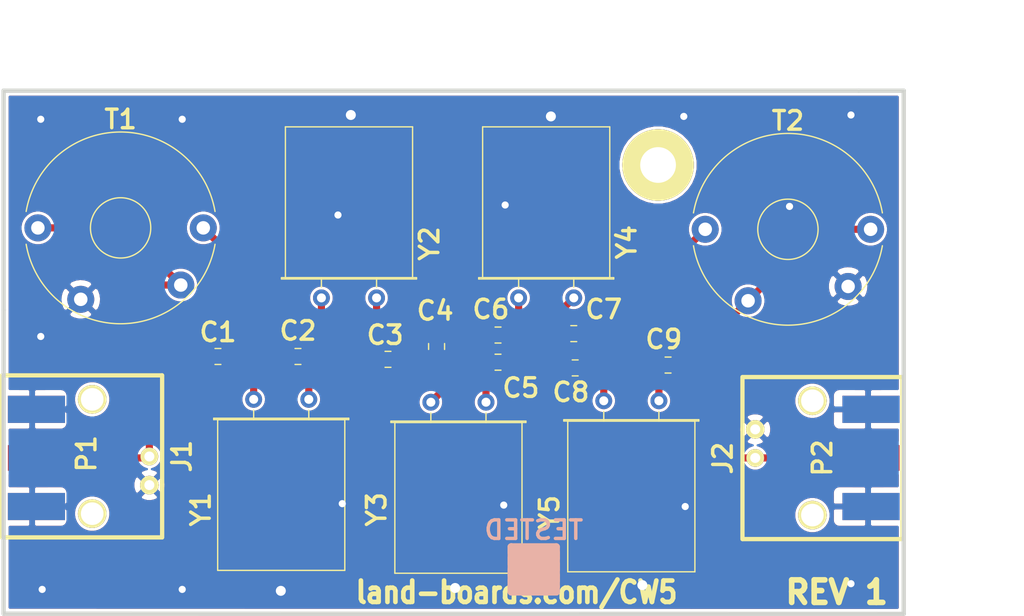
<source format=kicad_pcb>
(kicad_pcb (version 20171130) (host pcbnew "(5.1.5)-3")

  (general
    (thickness 1.6002)
    (drawings 10)
    (tracks 68)
    (zones 0)
    (modules 22)
    (nets 13)
  )

  (page A)
  (title_block
    (title "CW FILTER")
    (date 2021-08-17)
    (rev 1)
    (company "Land Boards LLC")
  )

  (layers
    (0 Front signal)
    (31 Back signal)
    (36 B.SilkS user)
    (37 F.SilkS user)
    (38 B.Mask user)
    (39 F.Mask user)
    (40 Dwgs.User user)
    (44 Edge.Cuts user)
  )

  (setup
    (last_trace_width 0.2032)
    (user_trace_width 0.3048)
    (user_trace_width 0.381)
    (user_trace_width 0.635)
    (trace_clearance 0.254)
    (zone_clearance 0.254)
    (zone_45_only no)
    (trace_min 0.2032)
    (via_size 0.889)
    (via_drill 0.635)
    (via_min_size 0.889)
    (via_min_drill 0.508)
    (uvia_size 0.508)
    (uvia_drill 0.127)
    (uvias_allowed no)
    (uvia_min_size 0.508)
    (uvia_min_drill 0.127)
    (edge_width 0.381)
    (segment_width 0.381)
    (pcb_text_width 0.3048)
    (pcb_text_size 1.524 2.032)
    (mod_edge_width 0.381)
    (mod_text_size 1.524 1.524)
    (mod_text_width 0.3048)
    (pad_size 1.524 1.524)
    (pad_drill 0.8128)
    (pad_to_mask_clearance 0.254)
    (aux_axis_origin 147.32 73.8124)
    (grid_origin 0.02 0.0124)
    (visible_elements 7FFFEB7F)
    (pcbplotparams
      (layerselection 0x010f0_ffffffff)
      (usegerberextensions false)
      (usegerberattributes false)
      (usegerberadvancedattributes false)
      (creategerberjobfile false)
      (excludeedgelayer true)
      (linewidth 0.150000)
      (plotframeref false)
      (viasonmask false)
      (mode 1)
      (useauxorigin false)
      (hpglpennumber 1)
      (hpglpenspeed 20)
      (hpglpendiameter 15.000000)
      (psnegative false)
      (psa4output false)
      (plotreference true)
      (plotvalue true)
      (plotinvisibletext false)
      (padsonsilk false)
      (subtractmaskfromsilk false)
      (outputformat 1)
      (mirror false)
      (drillshape 0)
      (scaleselection 1)
      (outputdirectory "plots/"))
  )

  (net 0 "")
  (net 1 GND)
  (net 2 "Net-(C1-Pad1)")
  (net 3 "Net-(C7-Pad1)")
  (net 4 "Net-(C2-Pad1)")
  (net 5 "Net-(C3-Pad1)")
  (net 6 "Net-(C3-Pad2)")
  (net 7 "Net-(C5-Pad2)")
  (net 8 "Net-(C5-Pad1)")
  (net 9 "Net-(C7-Pad2)")
  (net 10 "Net-(C9-Pad1)")
  (net 11 "Net-(J1-Pad1)")
  (net 12 "Net-(J2-Pad1)")

  (net_class Default "This is the default net class."
    (clearance 0.254)
    (trace_width 0.2032)
    (via_dia 0.889)
    (via_drill 0.635)
    (uvia_dia 0.508)
    (uvia_drill 0.127)
    (add_net GND)
    (add_net "Net-(C1-Pad1)")
    (add_net "Net-(C2-Pad1)")
    (add_net "Net-(C3-Pad1)")
    (add_net "Net-(C3-Pad2)")
    (add_net "Net-(C5-Pad1)")
    (add_net "Net-(C5-Pad2)")
    (add_net "Net-(C7-Pad1)")
    (add_net "Net-(C7-Pad2)")
    (add_net "Net-(C9-Pad1)")
    (add_net "Net-(J1-Pad1)")
    (add_net "Net-(J2-Pad1)")
  )

  (module LandBoards_MountHoles:MTG-4-40 (layer Front) (tedit 58F7B603) (tstamp 58F7AD90)
    (at 90.571 52.7174)
    (path /58F7C073)
    (fp_text reference MTG4 (at -6.858 -0.635) (layer F.SilkS) hide
      (effects (font (size 1.651 1.651) (thickness 0.3048)))
    )
    (fp_text value MTG_HOLE (at 0 -5.08) (layer F.SilkS) hide
      (effects (font (size 1.524 1.524) (thickness 0.3048)))
    )
    (pad 1 thru_hole circle (at 0 0) (size 6.35 6.35) (drill 3.175) (layers *.Cu *.Mask F.SilkS))
  )

  (module LandBoards_Marking:TEST_BLK-REAR (layer Front) (tedit 553D0C6F) (tstamp 611BB1DD)
    (at 79.522 88.6584)
    (path /58F7BF02)
    (fp_text reference TESTED (at 0 -3.5) (layer B.SilkS)
      (effects (font (size 1.651 1.651) (thickness 0.3048)) (justify mirror))
    )
    (fp_text value COUPON (at 0 4) (layer F.SilkS) hide
      (effects (font (size 1.524 1.524) (thickness 0.3048)))
    )
    (fp_line (start -2 -2) (end 2 -2) (layer B.SilkS) (width 0.65))
    (fp_line (start 2 -2) (end 2 2) (layer B.SilkS) (width 0.65))
    (fp_line (start 2 2) (end -2 2) (layer B.SilkS) (width 0.65))
    (fp_line (start -2 2) (end -2 -2) (layer B.SilkS) (width 0.65))
    (fp_line (start -2 -2) (end -2 -1.5) (layer B.SilkS) (width 0.65))
    (fp_line (start -2 -1.5) (end 2 -1.5) (layer B.SilkS) (width 0.65))
    (fp_line (start 2 -1.5) (end 2 -1) (layer B.SilkS) (width 0.65))
    (fp_line (start 2 -1) (end -2 -1) (layer B.SilkS) (width 0.65))
    (fp_line (start -2 -1) (end -2 -0.5) (layer B.SilkS) (width 0.65))
    (fp_line (start -2 -0.5) (end 2 -0.5) (layer B.SilkS) (width 0.65))
    (fp_line (start 2 -0.5) (end 2 0) (layer B.SilkS) (width 0.65))
    (fp_line (start 2 0) (end -2 0) (layer B.SilkS) (width 0.65))
    (fp_line (start -2 0) (end -2 0.5) (layer B.SilkS) (width 0.65))
    (fp_line (start -2 0.5) (end 1.5 0.5) (layer B.SilkS) (width 0.65))
    (fp_line (start 1.5 0.5) (end 2 0.5) (layer B.SilkS) (width 0.65))
    (fp_line (start 2 0.5) (end 2 1) (layer B.SilkS) (width 0.65))
    (fp_line (start 2 1) (end -2 1) (layer B.SilkS) (width 0.65))
    (fp_line (start -2 1) (end -2 1.5) (layer B.SilkS) (width 0.65))
    (fp_line (start -2 1.5) (end 2 1.5) (layer B.SilkS) (width 0.65))
  )

  (module LandBoards_Conns:BNC-RT (layer Front) (tedit 5183D213) (tstamp 611C549C)
    (at 45.359 78.6254 90)
    (path /611D025E)
    (fp_text reference J1 (at 0.0254 2.8829 90) (layer F.SilkS)
      (effects (font (size 1.651 1.651) (thickness 0.3048)))
    )
    (fp_text value BNC (at -0.14986 6.2992 90) (layer F.SilkS) hide
      (effects (font (size 1.524 1.524) (thickness 0.3048)))
    )
    (fp_line (start -7.1882 1.1176) (end -7.1882 -13.08354) (layer F.SilkS) (width 0.381))
    (fp_line (start -7.19328 -13.07846) (end 7.20598 -13.07846) (layer F.SilkS) (width 0.381))
    (fp_line (start 7.21106 -13.08354) (end 7.21106 1.1176) (layer F.SilkS) (width 0.381))
    (fp_line (start -7.1882 1.13538) (end 7.21106 1.13538) (layer F.SilkS) (width 0.381))
    (pad 1 thru_hole circle (at 0 0 90) (size 1.5748 1.5748) (drill 0.889) (layers *.Cu *.Mask F.SilkS)
      (net 11 "Net-(J1-Pad1)"))
    (pad 2 thru_hole circle (at -2.54 0 90) (size 1.651 1.651) (drill 0.889) (layers *.Cu *.Mask F.SilkS)
      (net 1 GND))
    (pad "" thru_hole circle (at -5.08 -5.08 90) (size 2.54 2.54) (drill 2.00914) (layers *.Cu *.Mask F.SilkS))
    (pad "" thru_hole circle (at 5.08 -5.08 90) (size 2.54 2.54) (drill 2.00914) (layers *.Cu *.Mask F.SilkS))
  )

  (module LandBoards_Conns:BNC-RT (layer Front) (tedit 5183D213) (tstamp 611C54A8)
    (at 99.207 78.7524 270)
    (path /611D0E72)
    (fp_text reference J2 (at 0.0254 2.8829 90) (layer F.SilkS)
      (effects (font (size 1.651 1.651) (thickness 0.3048)))
    )
    (fp_text value BNC (at -0.14986 6.2992 90) (layer F.SilkS) hide
      (effects (font (size 1.524 1.524) (thickness 0.3048)))
    )
    (fp_line (start -7.1882 1.13538) (end 7.21106 1.13538) (layer F.SilkS) (width 0.381))
    (fp_line (start 7.21106 -13.08354) (end 7.21106 1.1176) (layer F.SilkS) (width 0.381))
    (fp_line (start -7.19328 -13.07846) (end 7.20598 -13.07846) (layer F.SilkS) (width 0.381))
    (fp_line (start -7.1882 1.1176) (end -7.1882 -13.08354) (layer F.SilkS) (width 0.381))
    (pad "" thru_hole circle (at 5.08 -5.08 270) (size 2.54 2.54) (drill 2.00914) (layers *.Cu *.Mask F.SilkS))
    (pad "" thru_hole circle (at -5.08 -5.08 270) (size 2.54 2.54) (drill 2.00914) (layers *.Cu *.Mask F.SilkS))
    (pad 2 thru_hole circle (at -2.54 0 270) (size 1.651 1.651) (drill 0.889) (layers *.Cu *.Mask F.SilkS)
      (net 1 GND))
    (pad 1 thru_hole circle (at 0 0 270) (size 1.5748 1.5748) (drill 0.889) (layers *.Cu *.Mask F.SilkS)
      (net 12 "Net-(J2-Pad1)"))
  )

  (module LandBoards_Conns:SMA_EDGE (layer Front) (tedit 516DB352) (tstamp 611C54B1)
    (at 35.326 78.7524)
    (path /611D0826)
    (fp_text reference P1 (at 4.445 -0.381 90) (layer F.SilkS)
      (effects (font (size 1.651 1.651) (thickness 0.3048)))
    )
    (fp_text value BNC (at 4.826 0.254 90) (layer F.SilkS) hide
      (effects (font (size 1.524 1.524) (thickness 0.3048)))
    )
    (pad 1 smd rect (at 0 0) (size 5.08 2.286) (layers Front F.Paste F.Mask)
      (net 11 "Net-(J1-Pad1)"))
    (pad 2 smd rect (at 0 -4.318) (size 5.08 2.413) (layers Front F.Paste F.Mask)
      (net 1 GND))
    (pad 2 smd rect (at 0 4.318) (size 5.08 2.413) (layers Front F.Paste F.Mask)
      (net 1 GND))
    (pad 2 smd rect (at 0 -4.318) (size 5.08 2.413) (layers Back B.Paste B.Mask)
      (net 1 GND))
    (pad 2 smd rect (at 0 4.318) (size 5.08 2.413) (layers Back B.Paste B.Mask)
      (net 1 GND))
  )

  (module LandBoards_Conns:SMA_EDGE (layer Front) (tedit 516DB352) (tstamp 611CC668)
    (at 109.494 78.7524)
    (path /611D0E7C)
    (fp_text reference P2 (at -4.318 0 90) (layer F.SilkS)
      (effects (font (size 1.651 1.651) (thickness 0.3048)))
    )
    (fp_text value BNC (at 4.826 0.254 90) (layer F.SilkS) hide
      (effects (font (size 1.524 1.524) (thickness 0.3048)))
    )
    (pad 2 smd rect (at 0 4.318) (size 5.08 2.413) (layers Back B.Paste B.Mask)
      (net 1 GND))
    (pad 2 smd rect (at 0 -4.318) (size 5.08 2.413) (layers Back B.Paste B.Mask)
      (net 1 GND))
    (pad 2 smd rect (at 0 4.318) (size 5.08 2.413) (layers Front F.Paste F.Mask)
      (net 1 GND))
    (pad 2 smd rect (at 0 -4.318) (size 5.08 2.413) (layers Front F.Paste F.Mask)
      (net 1 GND))
    (pad 1 smd rect (at 0 0) (size 5.08 2.286) (layers Front F.Paste F.Mask)
      (net 12 "Net-(J2-Pad1)"))
  )

  (module Crystal:Crystal_HC49-U_Horizontal (layer Front) (tedit 5A1AD3B8) (tstamp 611C54DD)
    (at 54.63 73.5454)
    (descr "Crystal THT HC-49/U http://5hertz.com/pdfs/04404_D.pdf")
    (tags "THT crystal")
    (path /611D3E36)
    (fp_text reference Y1 (at -4.699 9.779 90) (layer F.SilkS)
      (effects (font (size 1.651 1.651) (thickness 0.3048)))
    )
    (fp_text value 9.000 (at 9.275 3.3125 90) (layer F.Fab)
      (effects (font (size 1 1) (thickness 0.15)))
    )
    (fp_text user %R (at 2.5 6.5) (layer F.Fab)
      (effects (font (size 1.651 1.651) (thickness 0.3048)))
    )
    (fp_line (start -3 2) (end -3 15) (layer F.Fab) (width 0.1))
    (fp_line (start -3 15) (end 7.9 15) (layer F.Fab) (width 0.1))
    (fp_line (start 7.9 15) (end 7.9 2) (layer F.Fab) (width 0.1))
    (fp_line (start 7.9 2) (end -3 2) (layer F.Fab) (width 0.1))
    (fp_line (start 0 2) (end 0 1) (layer F.Fab) (width 0.1))
    (fp_line (start 0 1) (end 0 0) (layer F.Fab) (width 0.1))
    (fp_line (start 4.9 2) (end 4.9 1) (layer F.Fab) (width 0.1))
    (fp_line (start 4.9 1) (end 4.9 0) (layer F.Fab) (width 0.1))
    (fp_line (start -3.35 2) (end -3.35 1.9) (layer F.Fab) (width 0.1))
    (fp_line (start -3.35 1.9) (end 8.25 1.9) (layer F.Fab) (width 0.1))
    (fp_line (start 8.25 1.9) (end 8.25 2) (layer F.Fab) (width 0.1))
    (fp_line (start 8.25 2) (end -3.35 2) (layer F.Fab) (width 0.1))
    (fp_line (start -3.2 1.8) (end -3.2 15.2) (layer F.SilkS) (width 0.12))
    (fp_line (start -3.2 15.2) (end 8.1 15.2) (layer F.SilkS) (width 0.12))
    (fp_line (start 8.1 15.2) (end 8.1 1.8) (layer F.SilkS) (width 0.12))
    (fp_line (start 8.1 1.8) (end -3.2 1.8) (layer F.SilkS) (width 0.12))
    (fp_line (start 0 1.8) (end 0 0.95) (layer F.SilkS) (width 0.12))
    (fp_line (start 0 0.95) (end 0 0.95) (layer F.SilkS) (width 0.12))
    (fp_line (start 4.9 1.8) (end 4.9 0.95) (layer F.SilkS) (width 0.12))
    (fp_line (start 4.9 0.95) (end 4.9 0.95) (layer F.SilkS) (width 0.12))
    (fp_line (start -3.55 1.8) (end -3.55 1.68) (layer F.SilkS) (width 0.12))
    (fp_line (start -3.55 1.68) (end 8.45 1.68) (layer F.SilkS) (width 0.12))
    (fp_line (start 8.45 1.68) (end 8.45 1.8) (layer F.SilkS) (width 0.12))
    (fp_line (start 8.45 1.8) (end -3.55 1.8) (layer F.SilkS) (width 0.12))
    (fp_line (start -4.1 -1) (end -4.1 16.3) (layer F.CrtYd) (width 0.05))
    (fp_line (start -4.1 16.3) (end 9 16.3) (layer F.CrtYd) (width 0.05))
    (fp_line (start 9 16.3) (end 9 -1) (layer F.CrtYd) (width 0.05))
    (fp_line (start 9 -1) (end -4.1 -1) (layer F.CrtYd) (width 0.05))
    (pad 1 thru_hole circle (at 0 0) (size 1.5 1.5) (drill 0.8) (layers *.Cu *.Mask)
      (net 2 "Net-(C1-Pad1)"))
    (pad 2 thru_hole circle (at 4.9 0) (size 1.5 1.5) (drill 0.8) (layers *.Cu *.Mask)
      (net 4 "Net-(C2-Pad1)"))
    (model ${KISYS3DMOD}/Crystal.3dshapes/Crystal_HC49-U_Horizontal.wrl
      (at (xyz 0 0 0))
      (scale (xyz 1 1 1))
      (rotate (xyz 0 0 0))
    )
  )

  (module Crystal:Crystal_HC49-U_Horizontal (layer Front) (tedit 5A1AD3B8) (tstamp 611C5500)
    (at 65.552 64.5284 180)
    (descr "Crystal THT HC-49/U http://5hertz.com/pdfs/04404_D.pdf")
    (tags "THT crystal")
    (path /611E04EE)
    (fp_text reference Y2 (at -4.699 4.826 90) (layer F.SilkS)
      (effects (font (size 1.651 1.651) (thickness 0.3048)))
    )
    (fp_text value 9.000 (at 9.275 3.3125 90) (layer F.Fab)
      (effects (font (size 1 1) (thickness 0.15)))
    )
    (fp_text user %R (at 2.5 6.5) (layer F.Fab)
      (effects (font (size 1.651 1.651) (thickness 0.3048)))
    )
    (fp_line (start -3 2) (end -3 15) (layer F.Fab) (width 0.1))
    (fp_line (start -3 15) (end 7.9 15) (layer F.Fab) (width 0.1))
    (fp_line (start 7.9 15) (end 7.9 2) (layer F.Fab) (width 0.1))
    (fp_line (start 7.9 2) (end -3 2) (layer F.Fab) (width 0.1))
    (fp_line (start 0 2) (end 0 1) (layer F.Fab) (width 0.1))
    (fp_line (start 0 1) (end 0 0) (layer F.Fab) (width 0.1))
    (fp_line (start 4.9 2) (end 4.9 1) (layer F.Fab) (width 0.1))
    (fp_line (start 4.9 1) (end 4.9 0) (layer F.Fab) (width 0.1))
    (fp_line (start -3.35 2) (end -3.35 1.9) (layer F.Fab) (width 0.1))
    (fp_line (start -3.35 1.9) (end 8.25 1.9) (layer F.Fab) (width 0.1))
    (fp_line (start 8.25 1.9) (end 8.25 2) (layer F.Fab) (width 0.1))
    (fp_line (start 8.25 2) (end -3.35 2) (layer F.Fab) (width 0.1))
    (fp_line (start -3.2 1.8) (end -3.2 15.2) (layer F.SilkS) (width 0.12))
    (fp_line (start -3.2 15.2) (end 8.1 15.2) (layer F.SilkS) (width 0.12))
    (fp_line (start 8.1 15.2) (end 8.1 1.8) (layer F.SilkS) (width 0.12))
    (fp_line (start 8.1 1.8) (end -3.2 1.8) (layer F.SilkS) (width 0.12))
    (fp_line (start 0 1.8) (end 0 0.95) (layer F.SilkS) (width 0.12))
    (fp_line (start 0 0.95) (end 0 0.95) (layer F.SilkS) (width 0.12))
    (fp_line (start 4.9 1.8) (end 4.9 0.95) (layer F.SilkS) (width 0.12))
    (fp_line (start 4.9 0.95) (end 4.9 0.95) (layer F.SilkS) (width 0.12))
    (fp_line (start -3.55 1.8) (end -3.55 1.68) (layer F.SilkS) (width 0.12))
    (fp_line (start -3.55 1.68) (end 8.45 1.68) (layer F.SilkS) (width 0.12))
    (fp_line (start 8.45 1.68) (end 8.45 1.8) (layer F.SilkS) (width 0.12))
    (fp_line (start 8.45 1.8) (end -3.55 1.8) (layer F.SilkS) (width 0.12))
    (fp_line (start -4.1 -1) (end -4.1 16.3) (layer F.CrtYd) (width 0.05))
    (fp_line (start -4.1 16.3) (end 9 16.3) (layer F.CrtYd) (width 0.05))
    (fp_line (start 9 16.3) (end 9 -1) (layer F.CrtYd) (width 0.05))
    (fp_line (start 9 -1) (end -4.1 -1) (layer F.CrtYd) (width 0.05))
    (pad 1 thru_hole circle (at 0 0 180) (size 1.5 1.5) (drill 0.8) (layers *.Cu *.Mask)
      (net 5 "Net-(C3-Pad1)"))
    (pad 2 thru_hole circle (at 4.9 0 180) (size 1.5 1.5) (drill 0.8) (layers *.Cu *.Mask)
      (net 4 "Net-(C2-Pad1)"))
    (model ${KISYS3DMOD}/Crystal.3dshapes/Crystal_HC49-U_Horizontal.wrl
      (at (xyz 0 0 0))
      (scale (xyz 1 1 1))
      (rotate (xyz 0 0 0))
    )
  )

  (module Crystal:Crystal_HC49-U_Horizontal (layer Front) (tedit 5A1AD3B8) (tstamp 611C5523)
    (at 70.378 73.7994)
    (descr "Crystal THT HC-49/U http://5hertz.com/pdfs/04404_D.pdf")
    (tags "THT crystal")
    (path /611E2CF8)
    (fp_text reference Y3 (at -4.826 9.525 90) (layer F.SilkS)
      (effects (font (size 1.651 1.651) (thickness 0.3048)))
    )
    (fp_text value 9.000 (at 9.275 3.3125 90) (layer F.Fab)
      (effects (font (size 1 1) (thickness 0.15)))
    )
    (fp_line (start 9 -1) (end -4.1 -1) (layer F.CrtYd) (width 0.05))
    (fp_line (start 9 16.3) (end 9 -1) (layer F.CrtYd) (width 0.05))
    (fp_line (start -4.1 16.3) (end 9 16.3) (layer F.CrtYd) (width 0.05))
    (fp_line (start -4.1 -1) (end -4.1 16.3) (layer F.CrtYd) (width 0.05))
    (fp_line (start 8.45 1.8) (end -3.55 1.8) (layer F.SilkS) (width 0.12))
    (fp_line (start 8.45 1.68) (end 8.45 1.8) (layer F.SilkS) (width 0.12))
    (fp_line (start -3.55 1.68) (end 8.45 1.68) (layer F.SilkS) (width 0.12))
    (fp_line (start -3.55 1.8) (end -3.55 1.68) (layer F.SilkS) (width 0.12))
    (fp_line (start 4.9 0.95) (end 4.9 0.95) (layer F.SilkS) (width 0.12))
    (fp_line (start 4.9 1.8) (end 4.9 0.95) (layer F.SilkS) (width 0.12))
    (fp_line (start 0 0.95) (end 0 0.95) (layer F.SilkS) (width 0.12))
    (fp_line (start 0 1.8) (end 0 0.95) (layer F.SilkS) (width 0.12))
    (fp_line (start 8.1 1.8) (end -3.2 1.8) (layer F.SilkS) (width 0.12))
    (fp_line (start 8.1 15.2) (end 8.1 1.8) (layer F.SilkS) (width 0.12))
    (fp_line (start -3.2 15.2) (end 8.1 15.2) (layer F.SilkS) (width 0.12))
    (fp_line (start -3.2 1.8) (end -3.2 15.2) (layer F.SilkS) (width 0.12))
    (fp_line (start 8.25 2) (end -3.35 2) (layer F.Fab) (width 0.1))
    (fp_line (start 8.25 1.9) (end 8.25 2) (layer F.Fab) (width 0.1))
    (fp_line (start -3.35 1.9) (end 8.25 1.9) (layer F.Fab) (width 0.1))
    (fp_line (start -3.35 2) (end -3.35 1.9) (layer F.Fab) (width 0.1))
    (fp_line (start 4.9 1) (end 4.9 0) (layer F.Fab) (width 0.1))
    (fp_line (start 4.9 2) (end 4.9 1) (layer F.Fab) (width 0.1))
    (fp_line (start 0 1) (end 0 0) (layer F.Fab) (width 0.1))
    (fp_line (start 0 2) (end 0 1) (layer F.Fab) (width 0.1))
    (fp_line (start 7.9 2) (end -3 2) (layer F.Fab) (width 0.1))
    (fp_line (start 7.9 15) (end 7.9 2) (layer F.Fab) (width 0.1))
    (fp_line (start -3 15) (end 7.9 15) (layer F.Fab) (width 0.1))
    (fp_line (start -3 2) (end -3 15) (layer F.Fab) (width 0.1))
    (fp_text user %R (at 2.5 6.5) (layer F.Fab)
      (effects (font (size 1.651 1.651) (thickness 0.3048)))
    )
    (pad 2 thru_hole circle (at 4.9 0) (size 1.5 1.5) (drill 0.8) (layers *.Cu *.Mask)
      (net 8 "Net-(C5-Pad1)"))
    (pad 1 thru_hole circle (at 0 0) (size 1.5 1.5) (drill 0.8) (layers *.Cu *.Mask)
      (net 6 "Net-(C3-Pad2)"))
    (model ${KISYS3DMOD}/Crystal.3dshapes/Crystal_HC49-U_Horizontal.wrl
      (at (xyz 0 0 0))
      (scale (xyz 1 1 1))
      (rotate (xyz 0 0 0))
    )
  )

  (module Crystal:Crystal_HC49-U_Horizontal (layer Front) (tedit 5A1AD3B8) (tstamp 611C5546)
    (at 83.078 64.5284 180)
    (descr "Crystal THT HC-49/U http://5hertz.com/pdfs/04404_D.pdf")
    (tags "THT crystal")
    (path /611E6BBB)
    (fp_text reference Y4 (at -4.699 4.953 90) (layer F.SilkS)
      (effects (font (size 1.651 1.651) (thickness 0.3048)))
    )
    (fp_text value 9.000 (at 9.275 3.3125 90) (layer F.Fab)
      (effects (font (size 1 1) (thickness 0.15)))
    )
    (fp_text user %R (at 2.5 6.5) (layer F.Fab)
      (effects (font (size 1.651 1.651) (thickness 0.3048)))
    )
    (fp_line (start -3 2) (end -3 15) (layer F.Fab) (width 0.1))
    (fp_line (start -3 15) (end 7.9 15) (layer F.Fab) (width 0.1))
    (fp_line (start 7.9 15) (end 7.9 2) (layer F.Fab) (width 0.1))
    (fp_line (start 7.9 2) (end -3 2) (layer F.Fab) (width 0.1))
    (fp_line (start 0 2) (end 0 1) (layer F.Fab) (width 0.1))
    (fp_line (start 0 1) (end 0 0) (layer F.Fab) (width 0.1))
    (fp_line (start 4.9 2) (end 4.9 1) (layer F.Fab) (width 0.1))
    (fp_line (start 4.9 1) (end 4.9 0) (layer F.Fab) (width 0.1))
    (fp_line (start -3.35 2) (end -3.35 1.9) (layer F.Fab) (width 0.1))
    (fp_line (start -3.35 1.9) (end 8.25 1.9) (layer F.Fab) (width 0.1))
    (fp_line (start 8.25 1.9) (end 8.25 2) (layer F.Fab) (width 0.1))
    (fp_line (start 8.25 2) (end -3.35 2) (layer F.Fab) (width 0.1))
    (fp_line (start -3.2 1.8) (end -3.2 15.2) (layer F.SilkS) (width 0.12))
    (fp_line (start -3.2 15.2) (end 8.1 15.2) (layer F.SilkS) (width 0.12))
    (fp_line (start 8.1 15.2) (end 8.1 1.8) (layer F.SilkS) (width 0.12))
    (fp_line (start 8.1 1.8) (end -3.2 1.8) (layer F.SilkS) (width 0.12))
    (fp_line (start 0 1.8) (end 0 0.95) (layer F.SilkS) (width 0.12))
    (fp_line (start 0 0.95) (end 0 0.95) (layer F.SilkS) (width 0.12))
    (fp_line (start 4.9 1.8) (end 4.9 0.95) (layer F.SilkS) (width 0.12))
    (fp_line (start 4.9 0.95) (end 4.9 0.95) (layer F.SilkS) (width 0.12))
    (fp_line (start -3.55 1.8) (end -3.55 1.68) (layer F.SilkS) (width 0.12))
    (fp_line (start -3.55 1.68) (end 8.45 1.68) (layer F.SilkS) (width 0.12))
    (fp_line (start 8.45 1.68) (end 8.45 1.8) (layer F.SilkS) (width 0.12))
    (fp_line (start 8.45 1.8) (end -3.55 1.8) (layer F.SilkS) (width 0.12))
    (fp_line (start -4.1 -1) (end -4.1 16.3) (layer F.CrtYd) (width 0.05))
    (fp_line (start -4.1 16.3) (end 9 16.3) (layer F.CrtYd) (width 0.05))
    (fp_line (start 9 16.3) (end 9 -1) (layer F.CrtYd) (width 0.05))
    (fp_line (start 9 -1) (end -4.1 -1) (layer F.CrtYd) (width 0.05))
    (pad 1 thru_hole circle (at 0 0 180) (size 1.5 1.5) (drill 0.8) (layers *.Cu *.Mask)
      (net 3 "Net-(C7-Pad1)"))
    (pad 2 thru_hole circle (at 4.9 0 180) (size 1.5 1.5) (drill 0.8) (layers *.Cu *.Mask)
      (net 7 "Net-(C5-Pad2)"))
    (model ${KISYS3DMOD}/Crystal.3dshapes/Crystal_HC49-U_Horizontal.wrl
      (at (xyz 0 0 0))
      (scale (xyz 1 1 1))
      (rotate (xyz 0 0 0))
    )
  )

  (module Crystal:Crystal_HC49-U_Horizontal (layer Front) (tedit 5A1AD3B8) (tstamp 611C5569)
    (at 85.745 73.6724)
    (descr "Crystal THT HC-49/U http://5hertz.com/pdfs/04404_D.pdf")
    (tags "THT crystal")
    (path /611FB022)
    (fp_text reference Y5 (at -4.826 9.906 90) (layer F.SilkS)
      (effects (font (size 1.651 1.651) (thickness 0.3048)))
    )
    (fp_text value 9.000 (at 9.275 3.3125 90) (layer F.Fab)
      (effects (font (size 1 1) (thickness 0.15)))
    )
    (fp_line (start 9 -1) (end -4.1 -1) (layer F.CrtYd) (width 0.05))
    (fp_line (start 9 16.3) (end 9 -1) (layer F.CrtYd) (width 0.05))
    (fp_line (start -4.1 16.3) (end 9 16.3) (layer F.CrtYd) (width 0.05))
    (fp_line (start -4.1 -1) (end -4.1 16.3) (layer F.CrtYd) (width 0.05))
    (fp_line (start 8.45 1.8) (end -3.55 1.8) (layer F.SilkS) (width 0.12))
    (fp_line (start 8.45 1.68) (end 8.45 1.8) (layer F.SilkS) (width 0.12))
    (fp_line (start -3.55 1.68) (end 8.45 1.68) (layer F.SilkS) (width 0.12))
    (fp_line (start -3.55 1.8) (end -3.55 1.68) (layer F.SilkS) (width 0.12))
    (fp_line (start 4.9 0.95) (end 4.9 0.95) (layer F.SilkS) (width 0.12))
    (fp_line (start 4.9 1.8) (end 4.9 0.95) (layer F.SilkS) (width 0.12))
    (fp_line (start 0 0.95) (end 0 0.95) (layer F.SilkS) (width 0.12))
    (fp_line (start 0 1.8) (end 0 0.95) (layer F.SilkS) (width 0.12))
    (fp_line (start 8.1 1.8) (end -3.2 1.8) (layer F.SilkS) (width 0.12))
    (fp_line (start 8.1 15.2) (end 8.1 1.8) (layer F.SilkS) (width 0.12))
    (fp_line (start -3.2 15.2) (end 8.1 15.2) (layer F.SilkS) (width 0.12))
    (fp_line (start -3.2 1.8) (end -3.2 15.2) (layer F.SilkS) (width 0.12))
    (fp_line (start 8.25 2) (end -3.35 2) (layer F.Fab) (width 0.1))
    (fp_line (start 8.25 1.9) (end 8.25 2) (layer F.Fab) (width 0.1))
    (fp_line (start -3.35 1.9) (end 8.25 1.9) (layer F.Fab) (width 0.1))
    (fp_line (start -3.35 2) (end -3.35 1.9) (layer F.Fab) (width 0.1))
    (fp_line (start 4.9 1) (end 4.9 0) (layer F.Fab) (width 0.1))
    (fp_line (start 4.9 2) (end 4.9 1) (layer F.Fab) (width 0.1))
    (fp_line (start 0 1) (end 0 0) (layer F.Fab) (width 0.1))
    (fp_line (start 0 2) (end 0 1) (layer F.Fab) (width 0.1))
    (fp_line (start 7.9 2) (end -3 2) (layer F.Fab) (width 0.1))
    (fp_line (start 7.9 15) (end 7.9 2) (layer F.Fab) (width 0.1))
    (fp_line (start -3 15) (end 7.9 15) (layer F.Fab) (width 0.1))
    (fp_line (start -3 2) (end -3 15) (layer F.Fab) (width 0.1))
    (fp_text user %R (at 2.5 6.5) (layer F.Fab)
      (effects (font (size 1.651 1.651) (thickness 0.3048)))
    )
    (pad 2 thru_hole circle (at 4.9 0) (size 1.5 1.5) (drill 0.8) (layers *.Cu *.Mask)
      (net 10 "Net-(C9-Pad1)"))
    (pad 1 thru_hole circle (at 0 0) (size 1.5 1.5) (drill 0.8) (layers *.Cu *.Mask)
      (net 9 "Net-(C7-Pad2)"))
    (model ${KISYS3DMOD}/Crystal.3dshapes/Crystal_HC49-U_Horizontal.wrl
      (at (xyz 0 0 0))
      (scale (xyz 1 1 1))
      (rotate (xyz 0 0 0))
    )
  )

  (module LandBoards_Inductors:L_Toroid_Horizontal_4pIN (layer Front) (tedit 611C5230) (tstamp 611CC420)
    (at 35.453 58.3054)
    (descr "L_Toroid, Horizontal series, Radial, pin pitch=14.70mm, , diameter=16.8mm, Vishay, TJ3, http://www.vishay.com/docs/34079/tj.pdf")
    (tags "L_Toroid Horizontal series Radial pin pitch 14.70mm  diameter 16.8mm Vishay TJ3")
    (path /611D4C4B)
    (fp_text reference T1 (at 7.35 -9.65) (layer F.SilkS)
      (effects (font (size 1.651 1.651) (thickness 0.3048)))
    )
    (fp_text value Transformer_1P_1S (at 7.35 9.65) (layer F.Fab)
      (effects (font (size 1 1) (thickness 0.15)))
    )
    (fp_arc (start 7.35 0) (end -1.043974 -1.46) (angle 160.266022) (layer F.SilkS) (width 0.12))
    (fp_arc (start 7.35 0) (end -1.043974 1.46) (angle -160.266022) (layer F.SilkS) (width 0.12))
    (fp_circle (center 7.35 0) (end 15.75 0) (layer F.Fab) (width 0.1))
    (fp_circle (center 7.35 0) (end 10.15 0) (layer F.Fab) (width 0.1))
    (fp_circle (center 7.35 0) (end 10.03 0) (layer F.SilkS) (width 0.12))
    (fp_line (start 15.6996 0) (end 9.99046 0.707487) (layer F.Fab) (width 0.1))
    (fp_line (start 14.58103 4.174688) (end 9.282992 1.932902) (layer F.Fab) (width 0.1))
    (fp_line (start 11.525023 7.230837) (end 8.05761 2.640428) (layer F.Fab) (width 0.1))
    (fp_line (start 7.350387 8.3496) (end 6.642635 2.640493) (layer F.Fab) (width 0.1))
    (fp_line (start 3.175647 7.231224) (end 5.417187 1.933081) (layer F.Fab) (width 0.1))
    (fp_line (start 0.119357 4.175358) (end 4.709605 0.707732) (layer F.Fab) (width 0.1))
    (fp_line (start -0.9996 0.000774) (end 4.709474 -0.707243) (layer F.Fab) (width 0.1))
    (fp_line (start 0.118583 -4.174018) (end 5.416829 -1.932723) (layer F.Fab) (width 0.1))
    (fp_line (start 3.174307 -7.23045) (end 6.642146 -2.640362) (layer F.Fab) (width 0.1))
    (fp_line (start 7.34884 -8.3496) (end 8.05712 -2.640559) (layer F.Fab) (width 0.1))
    (fp_line (start 11.523683 -7.23161) (end 9.282634 -1.93326) (layer F.Fab) (width 0.1))
    (fp_line (start 14.580256 -4.176028) (end 9.990329 -0.707977) (layer F.Fab) (width 0.1))
    (fp_line (start 15.6996 -0.001547) (end 9.990591 0.706998) (layer F.Fab) (width 0.1))
    (fp_line (start -1.45 -8.65) (end -1.45 8.65) (layer F.CrtYd) (width 0.05))
    (fp_line (start -1.45 8.65) (end 16.15 8.65) (layer F.CrtYd) (width 0.05))
    (fp_line (start 16.15 8.65) (end 16.15 -8.65) (layer F.CrtYd) (width 0.05))
    (fp_line (start 16.15 -8.65) (end -1.45 -8.65) (layer F.CrtYd) (width 0.05))
    (fp_text user %R (at 7.35 0) (layer F.Fab)
      (effects (font (size 1.651 1.651) (thickness 0.3048)))
    )
    (pad 1 thru_hole circle (at 0 0) (size 2.4 2.4) (drill 1.2) (layers *.Cu *.Mask)
      (net 11 "Net-(J1-Pad1)"))
    (pad 4 thru_hole circle (at 14.7 0) (size 2.4 2.4) (drill 1.2) (layers *.Cu *.Mask)
      (net 2 "Net-(C1-Pad1)"))
    (pad 2 thru_hole circle (at 3.81 6.35) (size 2.4 2.4) (drill 1.2) (layers *.Cu *.Mask)
      (net 1 GND))
    (pad 3 thru_hole circle (at 12.7 5.08) (size 2.4 2.4) (drill 1.2) (layers *.Cu *.Mask)
      (net 11 "Net-(J1-Pad1)"))
    (model ${KISYS3DMOD}/Inductor_THT.3dshapes/L_Toroid_Horizontal_D16.8mm_P14.70mm_Vishay_TJ3.wrl
      (at (xyz 0 0 0))
      (scale (xyz 1 1 1))
      (rotate (xyz 0 0 0))
    )
  )

  (module LandBoards_Inductors:L_Toroid_Horizontal_4pIN (layer Front) (tedit 611C5230) (tstamp 611CC43E)
    (at 94.762 58.4324)
    (descr "L_Toroid, Horizontal series, Radial, pin pitch=14.70mm, , diameter=16.8mm, Vishay, TJ3, http://www.vishay.com/docs/34079/tj.pdf")
    (tags "L_Toroid Horizontal series Radial pin pitch 14.70mm  diameter 16.8mm Vishay TJ3")
    (path /611D5F38)
    (fp_text reference T2 (at 7.35 -9.65) (layer F.SilkS)
      (effects (font (size 1.651 1.651) (thickness 0.3048)))
    )
    (fp_text value Transformer_1P_1S (at 7.35 9.65) (layer F.Fab)
      (effects (font (size 1 1) (thickness 0.15)))
    )
    (fp_text user %R (at 7.35 0) (layer F.Fab)
      (effects (font (size 1.651 1.651) (thickness 0.3048)))
    )
    (fp_line (start 16.15 -8.65) (end -1.45 -8.65) (layer F.CrtYd) (width 0.05))
    (fp_line (start 16.15 8.65) (end 16.15 -8.65) (layer F.CrtYd) (width 0.05))
    (fp_line (start -1.45 8.65) (end 16.15 8.65) (layer F.CrtYd) (width 0.05))
    (fp_line (start -1.45 -8.65) (end -1.45 8.65) (layer F.CrtYd) (width 0.05))
    (fp_line (start 15.6996 -0.001547) (end 9.990591 0.706998) (layer F.Fab) (width 0.1))
    (fp_line (start 14.580256 -4.176028) (end 9.990329 -0.707977) (layer F.Fab) (width 0.1))
    (fp_line (start 11.523683 -7.23161) (end 9.282634 -1.93326) (layer F.Fab) (width 0.1))
    (fp_line (start 7.34884 -8.3496) (end 8.05712 -2.640559) (layer F.Fab) (width 0.1))
    (fp_line (start 3.174307 -7.23045) (end 6.642146 -2.640362) (layer F.Fab) (width 0.1))
    (fp_line (start 0.118583 -4.174018) (end 5.416829 -1.932723) (layer F.Fab) (width 0.1))
    (fp_line (start -0.9996 0.000774) (end 4.709474 -0.707243) (layer F.Fab) (width 0.1))
    (fp_line (start 0.119357 4.175358) (end 4.709605 0.707732) (layer F.Fab) (width 0.1))
    (fp_line (start 3.175647 7.231224) (end 5.417187 1.933081) (layer F.Fab) (width 0.1))
    (fp_line (start 7.350387 8.3496) (end 6.642635 2.640493) (layer F.Fab) (width 0.1))
    (fp_line (start 11.525023 7.230837) (end 8.05761 2.640428) (layer F.Fab) (width 0.1))
    (fp_line (start 14.58103 4.174688) (end 9.282992 1.932902) (layer F.Fab) (width 0.1))
    (fp_line (start 15.6996 0) (end 9.99046 0.707487) (layer F.Fab) (width 0.1))
    (fp_circle (center 7.35 0) (end 10.03 0) (layer F.SilkS) (width 0.12))
    (fp_circle (center 7.35 0) (end 10.15 0) (layer F.Fab) (width 0.1))
    (fp_circle (center 7.35 0) (end 15.75 0) (layer F.Fab) (width 0.1))
    (fp_arc (start 7.35 0) (end -1.043974 1.46) (angle -160.266022) (layer F.SilkS) (width 0.12))
    (fp_arc (start 7.35 0) (end -1.043974 -1.46) (angle 160.266022) (layer F.SilkS) (width 0.12))
    (pad 3 thru_hole circle (at 12.7 5.08) (size 2.4 2.4) (drill 1.2) (layers *.Cu *.Mask)
      (net 1 GND))
    (pad 2 thru_hole circle (at 3.81 6.35) (size 2.4 2.4) (drill 1.2) (layers *.Cu *.Mask)
      (net 12 "Net-(J2-Pad1)"))
    (pad 4 thru_hole circle (at 14.7 0) (size 2.4 2.4) (drill 1.2) (layers *.Cu *.Mask)
      (net 12 "Net-(J2-Pad1)"))
    (pad 1 thru_hole circle (at 0 0) (size 2.4 2.4) (drill 1.2) (layers *.Cu *.Mask)
      (net 10 "Net-(C9-Pad1)"))
    (model ${KISYS3DMOD}/Inductor_THT.3dshapes/L_Toroid_Horizontal_D16.8mm_P14.70mm_Vishay_TJ3.wrl
      (at (xyz 0 0 0))
      (scale (xyz 1 1 1))
      (rotate (xyz 0 0 0))
    )
  )

  (module Capacitor_SMD:C_0805_2012Metric_Pad1.15x1.40mm_HandSolder (layer Front) (tedit 5B36C52B) (tstamp 611CCE6D)
    (at 51.455 69.7354 180)
    (descr "Capacitor SMD 0805 (2012 Metric), square (rectangular) end terminal, IPC_7351 nominal with elongated pad for handsoldering. (Body size source: https://docs.google.com/spreadsheets/d/1BsfQQcO9C6DZCsRaXUlFlo91Tg2WpOkGARC1WS5S8t0/edit?usp=sharing), generated with kicad-footprint-generator")
    (tags "capacitor handsolder")
    (path /611E06D5)
    (attr smd)
    (fp_text reference C1 (at 0 2.159) (layer F.SilkS)
      (effects (font (size 1.651 1.651) (thickness 0.3048)))
    )
    (fp_text value 100pF (at 0 1.65) (layer F.Fab)
      (effects (font (size 1 1) (thickness 0.15)))
    )
    (fp_text user %R (at 0 0) (layer F.Fab)
      (effects (font (size 1.651 1.651) (thickness 0.3048)))
    )
    (fp_line (start 1.85 0.95) (end -1.85 0.95) (layer F.CrtYd) (width 0.05))
    (fp_line (start 1.85 -0.95) (end 1.85 0.95) (layer F.CrtYd) (width 0.05))
    (fp_line (start -1.85 -0.95) (end 1.85 -0.95) (layer F.CrtYd) (width 0.05))
    (fp_line (start -1.85 0.95) (end -1.85 -0.95) (layer F.CrtYd) (width 0.05))
    (fp_line (start -0.261252 0.71) (end 0.261252 0.71) (layer F.SilkS) (width 0.12))
    (fp_line (start -0.261252 -0.71) (end 0.261252 -0.71) (layer F.SilkS) (width 0.12))
    (fp_line (start 1 0.6) (end -1 0.6) (layer F.Fab) (width 0.1))
    (fp_line (start 1 -0.6) (end 1 0.6) (layer F.Fab) (width 0.1))
    (fp_line (start -1 -0.6) (end 1 -0.6) (layer F.Fab) (width 0.1))
    (fp_line (start -1 0.6) (end -1 -0.6) (layer F.Fab) (width 0.1))
    (pad 2 smd roundrect (at 1.025 0 180) (size 1.15 1.4) (layers Front F.Paste F.Mask) (roundrect_rratio 0.217391)
      (net 1 GND))
    (pad 1 smd roundrect (at -1.025 0 180) (size 1.15 1.4) (layers Front F.Paste F.Mask) (roundrect_rratio 0.217391)
      (net 2 "Net-(C1-Pad1)"))
    (model ${KISYS3DMOD}/Capacitor_SMD.3dshapes/C_0805_2012Metric.wrl
      (at (xyz 0 0 0))
      (scale (xyz 1 1 1))
      (rotate (xyz 0 0 0))
    )
  )

  (module Capacitor_SMD:C_0805_2012Metric_Pad1.15x1.40mm_HandSolder (layer Front) (tedit 5B36C52B) (tstamp 611CCE7D)
    (at 58.567 69.7354 180)
    (descr "Capacitor SMD 0805 (2012 Metric), square (rectangular) end terminal, IPC_7351 nominal with elongated pad for handsoldering. (Body size source: https://docs.google.com/spreadsheets/d/1BsfQQcO9C6DZCsRaXUlFlo91Tg2WpOkGARC1WS5S8t0/edit?usp=sharing), generated with kicad-footprint-generator")
    (tags "capacitor handsolder")
    (path /611E04E4)
    (attr smd)
    (fp_text reference C2 (at 0 2.286) (layer F.SilkS)
      (effects (font (size 1.651 1.651) (thickness 0.3048)))
    )
    (fp_text value 330 (at 0 1.65) (layer F.Fab)
      (effects (font (size 1 1) (thickness 0.15)))
    )
    (fp_line (start -1 0.6) (end -1 -0.6) (layer F.Fab) (width 0.1))
    (fp_line (start -1 -0.6) (end 1 -0.6) (layer F.Fab) (width 0.1))
    (fp_line (start 1 -0.6) (end 1 0.6) (layer F.Fab) (width 0.1))
    (fp_line (start 1 0.6) (end -1 0.6) (layer F.Fab) (width 0.1))
    (fp_line (start -0.261252 -0.71) (end 0.261252 -0.71) (layer F.SilkS) (width 0.12))
    (fp_line (start -0.261252 0.71) (end 0.261252 0.71) (layer F.SilkS) (width 0.12))
    (fp_line (start -1.85 0.95) (end -1.85 -0.95) (layer F.CrtYd) (width 0.05))
    (fp_line (start -1.85 -0.95) (end 1.85 -0.95) (layer F.CrtYd) (width 0.05))
    (fp_line (start 1.85 -0.95) (end 1.85 0.95) (layer F.CrtYd) (width 0.05))
    (fp_line (start 1.85 0.95) (end -1.85 0.95) (layer F.CrtYd) (width 0.05))
    (fp_text user %R (at 0 0) (layer F.Fab)
      (effects (font (size 1.651 1.651) (thickness 0.3048)))
    )
    (pad 1 smd roundrect (at -1.025 0 180) (size 1.15 1.4) (layers Front F.Paste F.Mask) (roundrect_rratio 0.217391)
      (net 4 "Net-(C2-Pad1)"))
    (pad 2 smd roundrect (at 1.025 0 180) (size 1.15 1.4) (layers Front F.Paste F.Mask) (roundrect_rratio 0.217391)
      (net 1 GND))
    (model ${KISYS3DMOD}/Capacitor_SMD.3dshapes/C_0805_2012Metric.wrl
      (at (xyz 0 0 0))
      (scale (xyz 1 1 1))
      (rotate (xyz 0 0 0))
    )
  )

  (module Capacitor_SMD:C_0805_2012Metric_Pad1.15x1.40mm_HandSolder (layer Front) (tedit 5B36C52B) (tstamp 611CCE8D)
    (at 66.568 69.9894)
    (descr "Capacitor SMD 0805 (2012 Metric), square (rectangular) end terminal, IPC_7351 nominal with elongated pad for handsoldering. (Body size source: https://docs.google.com/spreadsheets/d/1BsfQQcO9C6DZCsRaXUlFlo91Tg2WpOkGARC1WS5S8t0/edit?usp=sharing), generated with kicad-footprint-generator")
    (tags "capacitor handsolder")
    (path /611E4265)
    (attr smd)
    (fp_text reference C3 (at -0.254 -2.159) (layer F.SilkS)
      (effects (font (size 1.651 1.651) (thickness 0.3048)))
    )
    (fp_text value 270 (at 0 1.65) (layer F.Fab)
      (effects (font (size 1 1) (thickness 0.15)))
    )
    (fp_text user %R (at 0 0) (layer F.Fab)
      (effects (font (size 1.651 1.651) (thickness 0.3048)))
    )
    (fp_line (start 1.85 0.95) (end -1.85 0.95) (layer F.CrtYd) (width 0.05))
    (fp_line (start 1.85 -0.95) (end 1.85 0.95) (layer F.CrtYd) (width 0.05))
    (fp_line (start -1.85 -0.95) (end 1.85 -0.95) (layer F.CrtYd) (width 0.05))
    (fp_line (start -1.85 0.95) (end -1.85 -0.95) (layer F.CrtYd) (width 0.05))
    (fp_line (start -0.261252 0.71) (end 0.261252 0.71) (layer F.SilkS) (width 0.12))
    (fp_line (start -0.261252 -0.71) (end 0.261252 -0.71) (layer F.SilkS) (width 0.12))
    (fp_line (start 1 0.6) (end -1 0.6) (layer F.Fab) (width 0.1))
    (fp_line (start 1 -0.6) (end 1 0.6) (layer F.Fab) (width 0.1))
    (fp_line (start -1 -0.6) (end 1 -0.6) (layer F.Fab) (width 0.1))
    (fp_line (start -1 0.6) (end -1 -0.6) (layer F.Fab) (width 0.1))
    (pad 2 smd roundrect (at 1.025 0) (size 1.15 1.4) (layers Front F.Paste F.Mask) (roundrect_rratio 0.217391)
      (net 6 "Net-(C3-Pad2)"))
    (pad 1 smd roundrect (at -1.025 0) (size 1.15 1.4) (layers Front F.Paste F.Mask) (roundrect_rratio 0.217391)
      (net 5 "Net-(C3-Pad1)"))
    (model ${KISYS3DMOD}/Capacitor_SMD.3dshapes/C_0805_2012Metric.wrl
      (at (xyz 0 0 0))
      (scale (xyz 1 1 1))
      (rotate (xyz 0 0 0))
    )
  )

  (module Capacitor_SMD:C_0805_2012Metric_Pad1.15x1.40mm_HandSolder (layer Front) (tedit 5B36C52B) (tstamp 611CCE9D)
    (at 70.886 68.8464 90)
    (descr "Capacitor SMD 0805 (2012 Metric), square (rectangular) end terminal, IPC_7351 nominal with elongated pad for handsoldering. (Body size source: https://docs.google.com/spreadsheets/d/1BsfQQcO9C6DZCsRaXUlFlo91Tg2WpOkGARC1WS5S8t0/edit?usp=sharing), generated with kicad-footprint-generator")
    (tags "capacitor handsolder")
    (path /611E2CEE)
    (attr smd)
    (fp_text reference C4 (at 3.175 -0.127 180) (layer F.SilkS)
      (effects (font (size 1.651 1.651) (thickness 0.3048)))
    )
    (fp_text value 680 (at 0 1.65 90) (layer F.Fab)
      (effects (font (size 1 1) (thickness 0.15)))
    )
    (fp_line (start -1 0.6) (end -1 -0.6) (layer F.Fab) (width 0.1))
    (fp_line (start -1 -0.6) (end 1 -0.6) (layer F.Fab) (width 0.1))
    (fp_line (start 1 -0.6) (end 1 0.6) (layer F.Fab) (width 0.1))
    (fp_line (start 1 0.6) (end -1 0.6) (layer F.Fab) (width 0.1))
    (fp_line (start -0.261252 -0.71) (end 0.261252 -0.71) (layer F.SilkS) (width 0.12))
    (fp_line (start -0.261252 0.71) (end 0.261252 0.71) (layer F.SilkS) (width 0.12))
    (fp_line (start -1.85 0.95) (end -1.85 -0.95) (layer F.CrtYd) (width 0.05))
    (fp_line (start -1.85 -0.95) (end 1.85 -0.95) (layer F.CrtYd) (width 0.05))
    (fp_line (start 1.85 -0.95) (end 1.85 0.95) (layer F.CrtYd) (width 0.05))
    (fp_line (start 1.85 0.95) (end -1.85 0.95) (layer F.CrtYd) (width 0.05))
    (fp_text user %R (at 0 0 90) (layer F.Fab)
      (effects (font (size 1.651 1.651) (thickness 0.3048)))
    )
    (pad 1 smd roundrect (at -1.025 0 90) (size 1.15 1.4) (layers Front F.Paste F.Mask) (roundrect_rratio 0.217391)
      (net 6 "Net-(C3-Pad2)"))
    (pad 2 smd roundrect (at 1.025 0 90) (size 1.15 1.4) (layers Front F.Paste F.Mask) (roundrect_rratio 0.217391)
      (net 1 GND))
    (model ${KISYS3DMOD}/Capacitor_SMD.3dshapes/C_0805_2012Metric.wrl
      (at (xyz 0 0 0))
      (scale (xyz 1 1 1))
      (rotate (xyz 0 0 0))
    )
  )

  (module Capacitor_SMD:C_0805_2012Metric_Pad1.15x1.40mm_HandSolder (layer Front) (tedit 5B36C52B) (tstamp 611CCEAD)
    (at 76.347 70.2434)
    (descr "Capacitor SMD 0805 (2012 Metric), square (rectangular) end terminal, IPC_7351 nominal with elongated pad for handsoldering. (Body size source: https://docs.google.com/spreadsheets/d/1BsfQQcO9C6DZCsRaXUlFlo91Tg2WpOkGARC1WS5S8t0/edit?usp=sharing), generated with kicad-footprint-generator")
    (tags "capacitor handsolder")
    (path /611E6BB1)
    (attr smd)
    (fp_text reference C5 (at 2.032 2.286) (layer F.SilkS)
      (effects (font (size 1.651 1.651) (thickness 0.3048)))
    )
    (fp_text value 200 (at 0 1.65) (layer F.Fab)
      (effects (font (size 1 1) (thickness 0.15)))
    )
    (fp_text user %R (at 0 0) (layer F.Fab)
      (effects (font (size 1.651 1.651) (thickness 0.3048)))
    )
    (fp_line (start 1.85 0.95) (end -1.85 0.95) (layer F.CrtYd) (width 0.05))
    (fp_line (start 1.85 -0.95) (end 1.85 0.95) (layer F.CrtYd) (width 0.05))
    (fp_line (start -1.85 -0.95) (end 1.85 -0.95) (layer F.CrtYd) (width 0.05))
    (fp_line (start -1.85 0.95) (end -1.85 -0.95) (layer F.CrtYd) (width 0.05))
    (fp_line (start -0.261252 0.71) (end 0.261252 0.71) (layer F.SilkS) (width 0.12))
    (fp_line (start -0.261252 -0.71) (end 0.261252 -0.71) (layer F.SilkS) (width 0.12))
    (fp_line (start 1 0.6) (end -1 0.6) (layer F.Fab) (width 0.1))
    (fp_line (start 1 -0.6) (end 1 0.6) (layer F.Fab) (width 0.1))
    (fp_line (start -1 -0.6) (end 1 -0.6) (layer F.Fab) (width 0.1))
    (fp_line (start -1 0.6) (end -1 -0.6) (layer F.Fab) (width 0.1))
    (pad 2 smd roundrect (at 1.025 0) (size 1.15 1.4) (layers Front F.Paste F.Mask) (roundrect_rratio 0.217391)
      (net 7 "Net-(C5-Pad2)"))
    (pad 1 smd roundrect (at -1.025 0) (size 1.15 1.4) (layers Front F.Paste F.Mask) (roundrect_rratio 0.217391)
      (net 8 "Net-(C5-Pad1)"))
    (model ${KISYS3DMOD}/Capacitor_SMD.3dshapes/C_0805_2012Metric.wrl
      (at (xyz 0 0 0))
      (scale (xyz 1 1 1))
      (rotate (xyz 0 0 0))
    )
  )

  (module Capacitor_SMD:C_0805_2012Metric_Pad1.15x1.40mm_HandSolder (layer Front) (tedit 5B36C52B) (tstamp 611CCEBD)
    (at 76.347 67.8304)
    (descr "Capacitor SMD 0805 (2012 Metric), square (rectangular) end terminal, IPC_7351 nominal with elongated pad for handsoldering. (Body size source: https://docs.google.com/spreadsheets/d/1BsfQQcO9C6DZCsRaXUlFlo91Tg2WpOkGARC1WS5S8t0/edit?usp=sharing), generated with kicad-footprint-generator")
    (tags "capacitor handsolder")
    (path /611E88BB)
    (attr smd)
    (fp_text reference C6 (at -0.635 -2.286) (layer F.SilkS)
      (effects (font (size 1.651 1.651) (thickness 0.3048)))
    )
    (fp_text value 680 (at 0 1.65) (layer F.Fab)
      (effects (font (size 1 1) (thickness 0.15)))
    )
    (fp_line (start -1 0.6) (end -1 -0.6) (layer F.Fab) (width 0.1))
    (fp_line (start -1 -0.6) (end 1 -0.6) (layer F.Fab) (width 0.1))
    (fp_line (start 1 -0.6) (end 1 0.6) (layer F.Fab) (width 0.1))
    (fp_line (start 1 0.6) (end -1 0.6) (layer F.Fab) (width 0.1))
    (fp_line (start -0.261252 -0.71) (end 0.261252 -0.71) (layer F.SilkS) (width 0.12))
    (fp_line (start -0.261252 0.71) (end 0.261252 0.71) (layer F.SilkS) (width 0.12))
    (fp_line (start -1.85 0.95) (end -1.85 -0.95) (layer F.CrtYd) (width 0.05))
    (fp_line (start -1.85 -0.95) (end 1.85 -0.95) (layer F.CrtYd) (width 0.05))
    (fp_line (start 1.85 -0.95) (end 1.85 0.95) (layer F.CrtYd) (width 0.05))
    (fp_line (start 1.85 0.95) (end -1.85 0.95) (layer F.CrtYd) (width 0.05))
    (fp_text user %R (at 0 0) (layer F.Fab)
      (effects (font (size 1.651 1.651) (thickness 0.3048)))
    )
    (pad 1 smd roundrect (at -1.025 0) (size 1.15 1.4) (layers Front F.Paste F.Mask) (roundrect_rratio 0.217391)
      (net 1 GND))
    (pad 2 smd roundrect (at 1.025 0) (size 1.15 1.4) (layers Front F.Paste F.Mask) (roundrect_rratio 0.217391)
      (net 7 "Net-(C5-Pad2)"))
    (model ${KISYS3DMOD}/Capacitor_SMD.3dshapes/C_0805_2012Metric.wrl
      (at (xyz 0 0 0))
      (scale (xyz 1 1 1))
      (rotate (xyz 0 0 0))
    )
  )

  (module Capacitor_SMD:C_0805_2012Metric_Pad1.15x1.40mm_HandSolder (layer Front) (tedit 5B36C52B) (tstamp 611CCECD)
    (at 83.078 67.7034)
    (descr "Capacitor SMD 0805 (2012 Metric), square (rectangular) end terminal, IPC_7351 nominal with elongated pad for handsoldering. (Body size source: https://docs.google.com/spreadsheets/d/1BsfQQcO9C6DZCsRaXUlFlo91Tg2WpOkGARC1WS5S8t0/edit?usp=sharing), generated with kicad-footprint-generator")
    (tags "capacitor handsolder")
    (path /611FB018)
    (attr smd)
    (fp_text reference C7 (at 2.667 -2.159) (layer F.SilkS)
      (effects (font (size 1.651 1.651) (thickness 0.3048)))
    )
    (fp_text value 270 (at 0 1.65) (layer F.Fab)
      (effects (font (size 1 1) (thickness 0.15)))
    )
    (fp_line (start -1 0.6) (end -1 -0.6) (layer F.Fab) (width 0.1))
    (fp_line (start -1 -0.6) (end 1 -0.6) (layer F.Fab) (width 0.1))
    (fp_line (start 1 -0.6) (end 1 0.6) (layer F.Fab) (width 0.1))
    (fp_line (start 1 0.6) (end -1 0.6) (layer F.Fab) (width 0.1))
    (fp_line (start -0.261252 -0.71) (end 0.261252 -0.71) (layer F.SilkS) (width 0.12))
    (fp_line (start -0.261252 0.71) (end 0.261252 0.71) (layer F.SilkS) (width 0.12))
    (fp_line (start -1.85 0.95) (end -1.85 -0.95) (layer F.CrtYd) (width 0.05))
    (fp_line (start -1.85 -0.95) (end 1.85 -0.95) (layer F.CrtYd) (width 0.05))
    (fp_line (start 1.85 -0.95) (end 1.85 0.95) (layer F.CrtYd) (width 0.05))
    (fp_line (start 1.85 0.95) (end -1.85 0.95) (layer F.CrtYd) (width 0.05))
    (fp_text user %R (at 0 0) (layer F.Fab)
      (effects (font (size 1.651 1.651) (thickness 0.3048)))
    )
    (pad 1 smd roundrect (at -1.025 0) (size 1.15 1.4) (layers Front F.Paste F.Mask) (roundrect_rratio 0.217391)
      (net 3 "Net-(C7-Pad1)"))
    (pad 2 smd roundrect (at 1.025 0) (size 1.15 1.4) (layers Front F.Paste F.Mask) (roundrect_rratio 0.217391)
      (net 9 "Net-(C7-Pad2)"))
    (model ${KISYS3DMOD}/Capacitor_SMD.3dshapes/C_0805_2012Metric.wrl
      (at (xyz 0 0 0))
      (scale (xyz 1 1 1))
      (rotate (xyz 0 0 0))
    )
  )

  (module Capacitor_SMD:C_0805_2012Metric_Pad1.15x1.40mm_HandSolder (layer Front) (tedit 5B36C52B) (tstamp 611CCEDD)
    (at 83.205 70.7514 180)
    (descr "Capacitor SMD 0805 (2012 Metric), square (rectangular) end terminal, IPC_7351 nominal with elongated pad for handsoldering. (Body size source: https://docs.google.com/spreadsheets/d/1BsfQQcO9C6DZCsRaXUlFlo91Tg2WpOkGARC1WS5S8t0/edit?usp=sharing), generated with kicad-footprint-generator")
    (tags "capacitor handsolder")
    (path /611FB007)
    (attr smd)
    (fp_text reference C8 (at 0.381 -2.159) (layer F.SilkS)
      (effects (font (size 1.651 1.651) (thickness 0.3048)))
    )
    (fp_text value 330 (at 0 1.65) (layer F.Fab)
      (effects (font (size 1 1) (thickness 0.15)))
    )
    (fp_text user %R (at 0 0) (layer F.Fab)
      (effects (font (size 1.651 1.651) (thickness 0.3048)))
    )
    (fp_line (start 1.85 0.95) (end -1.85 0.95) (layer F.CrtYd) (width 0.05))
    (fp_line (start 1.85 -0.95) (end 1.85 0.95) (layer F.CrtYd) (width 0.05))
    (fp_line (start -1.85 -0.95) (end 1.85 -0.95) (layer F.CrtYd) (width 0.05))
    (fp_line (start -1.85 0.95) (end -1.85 -0.95) (layer F.CrtYd) (width 0.05))
    (fp_line (start -0.261252 0.71) (end 0.261252 0.71) (layer F.SilkS) (width 0.12))
    (fp_line (start -0.261252 -0.71) (end 0.261252 -0.71) (layer F.SilkS) (width 0.12))
    (fp_line (start 1 0.6) (end -1 0.6) (layer F.Fab) (width 0.1))
    (fp_line (start 1 -0.6) (end 1 0.6) (layer F.Fab) (width 0.1))
    (fp_line (start -1 -0.6) (end 1 -0.6) (layer F.Fab) (width 0.1))
    (fp_line (start -1 0.6) (end -1 -0.6) (layer F.Fab) (width 0.1))
    (pad 2 smd roundrect (at 1.025 0 180) (size 1.15 1.4) (layers Front F.Paste F.Mask) (roundrect_rratio 0.217391)
      (net 1 GND))
    (pad 1 smd roundrect (at -1.025 0 180) (size 1.15 1.4) (layers Front F.Paste F.Mask) (roundrect_rratio 0.217391)
      (net 9 "Net-(C7-Pad2)"))
    (model ${KISYS3DMOD}/Capacitor_SMD.3dshapes/C_0805_2012Metric.wrl
      (at (xyz 0 0 0))
      (scale (xyz 1 1 1))
      (rotate (xyz 0 0 0))
    )
  )

  (module Capacitor_SMD:C_0805_2012Metric_Pad1.15x1.40mm_HandSolder (layer Front) (tedit 5B36C52B) (tstamp 611CCEED)
    (at 91.46 70.4974)
    (descr "Capacitor SMD 0805 (2012 Metric), square (rectangular) end terminal, IPC_7351 nominal with elongated pad for handsoldering. (Body size source: https://docs.google.com/spreadsheets/d/1BsfQQcO9C6DZCsRaXUlFlo91Tg2WpOkGARC1WS5S8t0/edit?usp=sharing), generated with kicad-footprint-generator")
    (tags "capacitor handsolder")
    (path /611FF867)
    (attr smd)
    (fp_text reference C9 (at -0.381 -2.286) (layer F.SilkS)
      (effects (font (size 1.651 1.651) (thickness 0.3048)))
    )
    (fp_text value 100pF (at 0 1.65) (layer F.Fab)
      (effects (font (size 1 1) (thickness 0.15)))
    )
    (fp_line (start -1 0.6) (end -1 -0.6) (layer F.Fab) (width 0.1))
    (fp_line (start -1 -0.6) (end 1 -0.6) (layer F.Fab) (width 0.1))
    (fp_line (start 1 -0.6) (end 1 0.6) (layer F.Fab) (width 0.1))
    (fp_line (start 1 0.6) (end -1 0.6) (layer F.Fab) (width 0.1))
    (fp_line (start -0.261252 -0.71) (end 0.261252 -0.71) (layer F.SilkS) (width 0.12))
    (fp_line (start -0.261252 0.71) (end 0.261252 0.71) (layer F.SilkS) (width 0.12))
    (fp_line (start -1.85 0.95) (end -1.85 -0.95) (layer F.CrtYd) (width 0.05))
    (fp_line (start -1.85 -0.95) (end 1.85 -0.95) (layer F.CrtYd) (width 0.05))
    (fp_line (start 1.85 -0.95) (end 1.85 0.95) (layer F.CrtYd) (width 0.05))
    (fp_line (start 1.85 0.95) (end -1.85 0.95) (layer F.CrtYd) (width 0.05))
    (fp_text user %R (at 0 0) (layer F.Fab)
      (effects (font (size 1.651 1.651) (thickness 0.3048)))
    )
    (pad 1 smd roundrect (at -1.025 0) (size 1.15 1.4) (layers Front F.Paste F.Mask) (roundrect_rratio 0.217391)
      (net 10 "Net-(C9-Pad1)"))
    (pad 2 smd roundrect (at 1.025 0) (size 1.15 1.4) (layers Front F.Paste F.Mask) (roundrect_rratio 0.217391)
      (net 1 GND))
    (model ${KISYS3DMOD}/Capacitor_SMD.3dshapes/C_0805_2012Metric.wrl
      (at (xyz 0 0 0))
      (scale (xyz 1 1 1))
      (rotate (xyz 0 0 0))
    )
  )

  (gr_line (start 112.405 92.6134) (end 32.405 92.5954) (layer Edge.Cuts) (width 0.381) (tstamp 611C6D0F))
  (dimension 46.5 (width 0.3048) (layer Dwgs.User)
    (gr_text "46.500 mm" (at 121.1456 69.2624 90) (layer Dwgs.User)
      (effects (font (size 2.032 1.524) (thickness 0.3048)))
    )
    (feature1 (pts (xy 112.52 46.0124) (xy 122.7712 46.0124)))
    (feature2 (pts (xy 112.52 92.5124) (xy 122.7712 92.5124)))
    (crossbar (pts (xy 119.52 92.5124) (xy 119.52 46.0124)))
    (arrow1a (pts (xy 119.52 46.0124) (xy 120.106421 47.138904)))
    (arrow1b (pts (xy 119.52 46.0124) (xy 118.933579 47.138904)))
    (arrow2a (pts (xy 119.52 92.5124) (xy 120.106421 91.385896)))
    (arrow2b (pts (xy 119.52 92.5124) (xy 118.933579 91.385896)))
  )
  (dimension 80 (width 0.3048) (layer Dwgs.User)
    (gr_text "80.000 mm" (at 72.405 40.4878) (layer Dwgs.User)
      (effects (font (size 2.032 1.524) (thickness 0.3048)))
    )
    (feature1 (pts (xy 112.405 46.1134) (xy 112.405 38.8622)))
    (feature2 (pts (xy 32.405 46.1134) (xy 32.405 38.8622)))
    (crossbar (pts (xy 32.405 42.1134) (xy 112.405 42.1134)))
    (arrow1a (pts (xy 112.405 42.1134) (xy 111.278496 42.699821)))
    (arrow1b (pts (xy 112.405 42.1134) (xy 111.278496 41.526979)))
    (arrow2a (pts (xy 32.405 42.1134) (xy 33.531504 42.699821)))
    (arrow2b (pts (xy 32.405 42.1134) (xy 33.531504 41.526979)))
  )
  (gr_line (start 32.405 46.1134) (end 108.405 46.1134) (angle 90) (layer Edge.Cuts) (width 0.381))
  (gr_line (start 32.405 65.6134) (end 32.405 46.1134) (angle 90) (layer Edge.Cuts) (width 0.381))
  (gr_line (start 112.405 46.1134) (end 108.405 46.1134) (angle 90) (layer Edge.Cuts) (width 0.381))
  (gr_line (start 112.405 92.6134) (end 112.405 46.1134) (angle 90) (layer Edge.Cuts) (width 0.381))
  (gr_line (start 32.405 65.6134) (end 32.405 92.5954) (angle 90) (layer Edge.Cuts) (width 0.381))
  (gr_text "REV 1" (at 106.446 90.6904) (layer F.SilkS)
    (effects (font (size 2 2) (thickness 0.5)))
  )
  (gr_text land-boards.com/CW5 (at 77.998 90.6904) (layer F.SilkS)
    (effects (font (size 1.905 1.651) (thickness 0.41275)))
  )

  (via (at 35.707 48.6534) (size 0.889) (drill 0.635) (layers Front Back) (net 1))
  (via (at 48.28 48.6534) (size 0.889) (drill 0.635) (layers Front Back) (net 1))
  (via (at 63.266 48.2724) (size 1.397) (drill 0.889) (layers Front Back) (net 1))
  (via (at 81.046 48.3994) (size 1.397) (drill 0.889) (layers Front Back) (net 1))
  (via (at 92.857 48.3994) (size 0.889) (drill 0.635) (layers Front Back) (net 1))
  (via (at 107.716 48.2724) (size 0.889) (drill 0.635) (layers Front Back) (net 1))
  (via (at 107.716 89.9284) (size 0.889) (drill 0.635) (layers Front Back) (net 1))
  (via (at 89.174 90.0554) (size 1.397) (drill 0.889) (layers Front Back) (net 1))
  (via (at 72.537 90.3094) (size 1.397) (drill 0.889) (layers Front Back) (net 1))
  (via (at 57.043 90.5634) (size 1.6764) (drill 0.889) (layers Front Back) (net 1))
  (via (at 48.28 90.4364) (size 0.889) (drill 0.635) (layers Front Back) (net 1))
  (via (at 35.834 90.4364) (size 0.889) (drill 0.635) (layers Front Back) (net 1))
  (via (at 35.707 67.9574) (size 0.889) (drill 0.635) (layers Front Back) (net 1))
  (via (at 76.982 56.2734) (size 0.889) (drill 0.635) (layers Front Back) (net 1))
  (via (at 62.123 57.1624) (size 0.889) (drill 0.635) (layers Front Back) (net 1))
  (via (at 102.255 56.4004) (size 0.889) (drill 0.635) (layers Front Back) (net 1))
  (via (at 62.504 82.8164) (size 0.889) (drill 0.635) (layers Front Back) (net 1))
  (via (at 76.855 82.9434) (size 0.889) (drill 0.635) (layers Front Back) (net 1))
  (via (at 92.984 83.0704) (size 0.889) (drill 0.635) (layers Front Back) (net 1))
  (segment (start 52.471 60.6234) (end 50.153 58.3054) (width 0.635) (layer Front) (net 2) (status 20))
  (segment (start 52.471 69.6084) (end 52.471 60.6234) (width 0.635) (layer Front) (net 2))
  (segment (start 54.63 71.7674) (end 52.471 69.6084) (width 0.635) (layer Front) (net 2))
  (segment (start 54.63 73.5454) (end 54.63 71.7674) (width 0.635) (layer Front) (net 2) (status 10))
  (segment (start 82.053 65.5534) (end 83.078 64.5284) (width 0.635) (layer Front) (net 3))
  (segment (start 82.053 67.7034) (end 82.053 65.5534) (width 0.635) (layer Front) (net 3))
  (segment (start 59.53 69.9154) (end 59.837 69.6084) (width 0.635) (layer Front) (net 4))
  (segment (start 59.53 73.5454) (end 59.53 69.9154) (width 0.635) (layer Front) (net 4) (status 10))
  (segment (start 60.652 68.7934) (end 59.837 69.6084) (width 0.635) (layer Front) (net 4))
  (segment (start 60.652 64.5284) (end 60.652 68.7934) (width 0.635) (layer Front) (net 4) (status 10))
  (segment (start 65.552 69.8624) (end 65.679 69.9894) (width 0.635) (layer Front) (net 5))
  (segment (start 65.552 64.5284) (end 65.552 69.8624) (width 0.635) (layer Front) (net 5) (status 10))
  (segment (start 71.14 69.9894) (end 71.267 70.1164) (width 0.635) (layer Front) (net 6))
  (segment (start 67.544 69.9894) (end 70.505 69.9894) (width 0.635) (layer Front) (net 6))
  (segment (start 71.267 72.9104) (end 70.378 73.7994) (width 0.635) (layer Front) (net 6) (status 20))
  (segment (start 71.267 70.1164) (end 71.267 72.9104) (width 0.635) (layer Front) (net 6))
  (segment (start 77.372 70.2434) (end 77.372 67.8304) (width 0.635) (layer Front) (net 7))
  (segment (start 78.178 67.0244) (end 77.372 67.8304) (width 0.635) (layer Front) (net 7))
  (segment (start 78.178 64.5284) (end 78.178 67.0244) (width 0.635) (layer Front) (net 7))
  (segment (start 75.278 70.2874) (end 75.322 70.2434) (width 0.635) (layer Front) (net 8))
  (segment (start 75.278 73.7994) (end 75.278 70.2874) (width 0.635) (layer Front) (net 8))
  (segment (start 84.054 70.6644) (end 83.967 70.7514) (width 0.635) (layer Front) (net 9))
  (segment (start 84.054 67.7034) (end 84.054 70.6644) (width 0.635) (layer Front) (net 9))
  (segment (start 85.745 72.5294) (end 83.967 70.7514) (width 0.635) (layer Front) (net 9))
  (segment (start 85.745 73.6724) (end 85.745 72.5294) (width 0.635) (layer Front) (net 9) (status 10))
  (segment (start 90.645 70.5714) (end 90.571 70.4974) (width 0.635) (layer Front) (net 10))
  (segment (start 90.645 73.6724) (end 90.645 70.5714) (width 0.635) (layer Front) (net 10) (status 10))
  (segment (start 90.435 62.7594) (end 94.762 58.4324) (width 0.635) (layer Front) (net 10))
  (segment (start 90.435 70.4974) (end 90.435 62.7594) (width 0.635) (layer Front) (net 10))
  (segment (start 45.232 78.7524) (end 45.359 78.6254) (width 0.635) (layer Front) (net 11) (status 30))
  (segment (start 34.945 78.7524) (end 45.232 78.7524) (width 0.635) (layer Front) (net 11) (status 30))
  (segment (start 45.359 77.511849) (end 45.359 78.6254) (width 0.635) (layer Front) (net 11) (status 20))
  (segment (start 45.359 64.482344) (end 45.359 77.511849) (width 0.635) (layer Front) (net 11))
  (segment (start 46.455944 63.3854) (end 45.359 64.482344) (width 0.635) (layer Front) (net 11))
  (segment (start 48.153 63.3854) (end 46.455944 63.3854) (width 0.635) (layer Front) (net 11) (status 10))
  (segment (start 37.150056 58.3054) (end 35.453 58.3054) (width 0.635) (layer Front) (net 11) (status 20))
  (segment (start 37.277056 58.4324) (end 37.150056 58.3054) (width 0.635) (layer Front) (net 11))
  (segment (start 43.2 58.4324) (end 37.277056 58.4324) (width 0.635) (layer Front) (net 11))
  (segment (start 48.153 63.3854) (end 43.2 58.4324) (width 0.635) (layer Front) (net 11) (status 10))
  (segment (start 96.159 67.1954) (end 96.159 76.9744) (width 0.635) (layer Front) (net 12))
  (segment (start 98.572 64.7824) (end 96.159 67.1954) (width 0.635) (layer Front) (net 12) (status 10))
  (segment (start 109.113 78.7524) (end 109.24 78.6254) (width 0.635) (layer Front) (net 12) (tstamp 611CC658) (status 30))
  (segment (start 99.207 78.7524) (end 109.113 78.7524) (width 0.635) (layer Front) (net 12) (tstamp 611CC65B) (status 30))
  (segment (start 97.937 78.7524) (end 96.159 76.9744) (width 0.635) (layer Front) (net 12))
  (segment (start 99.207 78.7524) (end 97.937 78.7524) (width 0.635) (layer Front) (net 12) (status 10))
  (segment (start 99.771999 63.582401) (end 99.771999 63.455401) (width 0.635) (layer Front) (net 12))
  (segment (start 99.771999 63.455401) (end 104.795 58.4324) (width 0.635) (layer Front) (net 12))
  (segment (start 98.572 64.7824) (end 99.771999 63.582401) (width 0.635) (layer Front) (net 12))
  (segment (start 104.795 58.4324) (end 109.462 58.4324) (width 0.635) (layer Front) (net 12))

  (zone (net 1) (net_name GND) (layer Front) (tstamp 611C63C6) (hatch edge 0.508)
    (connect_pads (clearance 0.254))
    (min_thickness 0.254)
    (fill yes (arc_segments 32) (thermal_gap 0.508) (thermal_bridge_width 0.508))
    (polygon
      (pts
        (xy 112.415 92.5954) (xy 58.186 92.7224) (xy 32.659 92.7224) (xy 32.532 46.2404) (xy 112.542 46.2404)
      )
    )
    (filled_polygon
      (pts
        (xy 111.8335 72.595097) (xy 111.78 72.589828) (xy 109.52575 72.5929) (xy 109.367 72.75165) (xy 109.367 74.3074)
        (xy 109.387 74.3074) (xy 109.387 74.5614) (xy 109.367 74.5614) (xy 109.367 76.11715) (xy 109.52575 76.2759)
        (xy 111.78 76.278972) (xy 111.8335 76.273703) (xy 111.8335 77.231826) (xy 111.78 77.226557) (xy 106.7 77.226557)
        (xy 106.625311 77.233913) (xy 106.553492 77.255699) (xy 106.487304 77.291078) (xy 106.429289 77.338689) (xy 106.381678 77.396704)
        (xy 106.346299 77.462892) (xy 106.324513 77.534711) (xy 106.317157 77.6094) (xy 106.317157 78.0539) (xy 100.145499 78.0539)
        (xy 100.114555 78.007589) (xy 99.951811 77.844845) (xy 99.760445 77.716978) (xy 99.563966 77.635593) (xy 99.832196 77.540137)
        (xy 99.963633 77.469881) (xy 100.038304 77.223309) (xy 99.207 76.392005) (xy 98.375696 77.223309) (xy 98.450367 77.469881)
        (xy 98.710228 77.593331) (xy 98.860518 77.63125) (xy 98.653555 77.716978) (xy 98.462189 77.844845) (xy 98.299445 78.007589)
        (xy 98.268501 78.0539) (xy 98.226328 78.0539) (xy 96.8575 76.685073) (xy 96.8575 76.281902) (xy 97.741079 76.281902)
        (xy 97.782806 76.566554) (xy 97.879263 76.837596) (xy 97.949519 76.969033) (xy 98.196091 77.043704) (xy 99.027395 76.2124)
        (xy 99.386605 76.2124) (xy 100.217909 77.043704) (xy 100.464481 76.969033) (xy 100.587931 76.709172) (xy 100.658313 76.43022)
        (xy 100.672921 76.142898) (xy 100.631194 75.858246) (xy 100.553847 75.6409) (xy 106.061928 75.6409) (xy 106.074188 75.765382)
        (xy 106.110498 75.88508) (xy 106.169463 75.995394) (xy 106.248815 76.092085) (xy 106.345506 76.171437) (xy 106.45582 76.230402)
        (xy 106.575518 76.266712) (xy 106.7 76.278972) (xy 108.95425 76.2759) (xy 109.113 76.11715) (xy 109.113 74.5614)
        (xy 106.22375 74.5614) (xy 106.065 74.72015) (xy 106.061928 75.6409) (xy 100.553847 75.6409) (xy 100.534737 75.587204)
        (xy 100.464481 75.455767) (xy 100.217909 75.381096) (xy 99.386605 76.2124) (xy 99.027395 76.2124) (xy 98.196091 75.381096)
        (xy 97.949519 75.455767) (xy 97.826069 75.715628) (xy 97.755687 75.99458) (xy 97.741079 76.281902) (xy 96.8575 76.281902)
        (xy 96.8575 75.201491) (xy 98.375696 75.201491) (xy 99.207 76.032795) (xy 100.038304 75.201491) (xy 99.963633 74.954919)
        (xy 99.703772 74.831469) (xy 99.42482 74.761087) (xy 99.137498 74.746479) (xy 98.852846 74.788206) (xy 98.581804 74.884663)
        (xy 98.450367 74.954919) (xy 98.375696 75.201491) (xy 96.8575 75.201491) (xy 96.8575 73.509791) (xy 102.636 73.509791)
        (xy 102.636 73.835009) (xy 102.699447 74.153979) (xy 102.823903 74.454442) (xy 103.004585 74.724851) (xy 103.234549 74.954815)
        (xy 103.504958 75.135497) (xy 103.805421 75.259953) (xy 104.124391 75.3234) (xy 104.449609 75.3234) (xy 104.768579 75.259953)
        (xy 105.069042 75.135497) (xy 105.339451 74.954815) (xy 105.569415 74.724851) (xy 105.750097 74.454442) (xy 105.874553 74.153979)
        (xy 105.938 73.835009) (xy 105.938 73.509791) (xy 105.881929 73.2279) (xy 106.061928 73.2279) (xy 106.065 74.14865)
        (xy 106.22375 74.3074) (xy 109.113 74.3074) (xy 109.113 72.75165) (xy 108.95425 72.5929) (xy 106.7 72.589828)
        (xy 106.575518 72.602088) (xy 106.45582 72.638398) (xy 106.345506 72.697363) (xy 106.248815 72.776715) (xy 106.169463 72.873406)
        (xy 106.110498 72.98372) (xy 106.074188 73.103418) (xy 106.061928 73.2279) (xy 105.881929 73.2279) (xy 105.874553 73.190821)
        (xy 105.750097 72.890358) (xy 105.569415 72.619949) (xy 105.339451 72.389985) (xy 105.069042 72.209303) (xy 104.768579 72.084847)
        (xy 104.449609 72.0214) (xy 104.124391 72.0214) (xy 103.805421 72.084847) (xy 103.504958 72.209303) (xy 103.234549 72.389985)
        (xy 103.004585 72.619949) (xy 102.823903 72.890358) (xy 102.699447 73.190821) (xy 102.636 73.509791) (xy 96.8575 73.509791)
        (xy 96.8575 67.484727) (xy 98.060455 66.281773) (xy 98.110839 66.302643) (xy 98.416285 66.3634) (xy 98.727715 66.3634)
        (xy 99.033161 66.302643) (xy 99.320884 66.183464) (xy 99.579829 66.010443) (xy 99.800043 65.790229) (xy 99.973064 65.531284)
        (xy 100.092243 65.243561) (xy 100.153 64.938115) (xy 100.153 64.79038) (xy 106.363626 64.79038) (xy 106.483514 65.075236)
        (xy 106.80721 65.236099) (xy 107.156069 65.330722) (xy 107.516684 65.355467) (xy 107.875198 65.309385) (xy 108.217833 65.194246)
        (xy 108.440486 65.075236) (xy 108.560374 64.79038) (xy 107.462 63.692005) (xy 106.363626 64.79038) (xy 100.153 64.79038)
        (xy 100.153 64.626685) (xy 100.092243 64.321239) (xy 100.071373 64.270855) (xy 100.241661 64.100567) (xy 100.268301 64.078704)
        (xy 100.290166 64.052062) (xy 100.290173 64.052055) (xy 100.35559 63.972345) (xy 100.42045 63.850999) (xy 100.420451 63.850998)
        (xy 100.444932 63.770295) (xy 100.648143 63.567084) (xy 105.618933 63.567084) (xy 105.665015 63.925598) (xy 105.780154 64.268233)
        (xy 105.899164 64.490886) (xy 106.18402 64.610774) (xy 107.282395 63.5124) (xy 107.641605 63.5124) (xy 108.73998 64.610774)
        (xy 109.024836 64.490886) (xy 109.185699 64.16719) (xy 109.280322 63.818331) (xy 109.305067 63.457716) (xy 109.258985 63.099202)
        (xy 109.143846 62.756567) (xy 109.024836 62.533914) (xy 108.73998 62.414026) (xy 107.641605 63.5124) (xy 107.282395 63.5124)
        (xy 106.18402 62.414026) (xy 105.899164 62.533914) (xy 105.738301 62.85761) (xy 105.643678 63.206469) (xy 105.618933 63.567084)
        (xy 100.648143 63.567084) (xy 101.980807 62.23442) (xy 106.363626 62.23442) (xy 107.462 63.332795) (xy 108.560374 62.23442)
        (xy 108.440486 61.949564) (xy 108.11679 61.788701) (xy 107.767931 61.694078) (xy 107.407316 61.669333) (xy 107.048802 61.715415)
        (xy 106.706167 61.830554) (xy 106.483514 61.949564) (xy 106.363626 62.23442) (xy 101.980807 62.23442) (xy 105.084329 59.1309)
        (xy 108.040066 59.1309) (xy 108.060936 59.181284) (xy 108.233957 59.440229) (xy 108.454171 59.660443) (xy 108.713116 59.833464)
        (xy 109.000839 59.952643) (xy 109.306285 60.0134) (xy 109.617715 60.0134) (xy 109.923161 59.952643) (xy 110.210884 59.833464)
        (xy 110.469829 59.660443) (xy 110.690043 59.440229) (xy 110.863064 59.181284) (xy 110.982243 58.893561) (xy 111.043 58.588115)
        (xy 111.043 58.276685) (xy 110.982243 57.971239) (xy 110.863064 57.683516) (xy 110.690043 57.424571) (xy 110.469829 57.204357)
        (xy 110.210884 57.031336) (xy 109.923161 56.912157) (xy 109.617715 56.8514) (xy 109.306285 56.8514) (xy 109.000839 56.912157)
        (xy 108.713116 57.031336) (xy 108.454171 57.204357) (xy 108.233957 57.424571) (xy 108.060936 57.683516) (xy 108.040066 57.7339)
        (xy 104.829297 57.7339) (xy 104.794999 57.730522) (xy 104.760701 57.7339) (xy 104.760691 57.7339) (xy 104.65807 57.744007)
        (xy 104.526403 57.783948) (xy 104.526401 57.783949) (xy 104.405056 57.848809) (xy 104.325345 57.914226) (xy 104.325337 57.914234)
        (xy 104.298697 57.936097) (xy 104.276834 57.962737) (xy 99.302343 62.93723) (xy 99.275697 62.959098) (xy 99.253828 62.985745)
        (xy 99.253825 62.985748) (xy 99.219151 63.027998) (xy 99.188408 63.065458) (xy 99.123547 63.186804) (xy 99.099066 63.267506)
        (xy 99.083545 63.283027) (xy 99.033161 63.262157) (xy 98.727715 63.2014) (xy 98.416285 63.2014) (xy 98.110839 63.262157)
        (xy 97.823116 63.381336) (xy 97.564171 63.554357) (xy 97.343957 63.774571) (xy 97.170936 64.033516) (xy 97.051757 64.321239)
        (xy 96.991 64.626685) (xy 96.991 64.938115) (xy 97.051757 65.243561) (xy 97.072627 65.293945) (xy 95.689344 66.677229)
        (xy 95.662697 66.699098) (xy 95.640829 66.725744) (xy 95.640826 66.725747) (xy 95.575409 66.805457) (xy 95.531572 66.887471)
        (xy 95.510548 66.926804) (xy 95.470607 67.058471) (xy 95.4605 67.161092) (xy 95.4605 67.161102) (xy 95.457122 67.1954)
        (xy 95.4605 67.229698) (xy 95.460501 76.940092) (xy 95.457122 76.9744) (xy 95.460501 77.008708) (xy 95.460501 77.008709)
        (xy 95.461175 77.015547) (xy 95.470608 77.111329) (xy 95.510549 77.242998) (xy 95.575409 77.364343) (xy 95.640826 77.444053)
        (xy 95.64083 77.444057) (xy 95.662698 77.470703) (xy 95.689344 77.492571) (xy 97.418829 79.222057) (xy 97.440697 79.248703)
        (xy 97.467343 79.270571) (xy 97.467346 79.270574) (xy 97.547056 79.335991) (xy 97.611078 79.370211) (xy 97.668403 79.400852)
        (xy 97.80007 79.440793) (xy 97.902691 79.4509) (xy 97.902702 79.4509) (xy 97.937 79.454278) (xy 97.971298 79.4509)
        (xy 98.268501 79.4509) (xy 98.299445 79.497211) (xy 98.462189 79.659955) (xy 98.653555 79.787822) (xy 98.86619 79.875899)
        (xy 99.091923 79.9208) (xy 99.322077 79.9208) (xy 99.54781 79.875899) (xy 99.760445 79.787822) (xy 99.951811 79.659955)
        (xy 100.114555 79.497211) (xy 100.145499 79.4509) (xy 106.317157 79.4509) (xy 106.317157 79.8954) (xy 106.324513 79.970089)
        (xy 106.346299 80.041908) (xy 106.381678 80.108096) (xy 106.429289 80.166111) (xy 106.487304 80.213722) (xy 106.553492 80.249101)
        (xy 106.625311 80.270887) (xy 106.7 80.278243) (xy 111.78 80.278243) (xy 111.8335 80.272974) (xy 111.8335 81.231097)
        (xy 111.78 81.225828) (xy 109.52575 81.2289) (xy 109.367 81.38765) (xy 109.367 82.9434) (xy 109.387 82.9434)
        (xy 109.387 83.1974) (xy 109.367 83.1974) (xy 109.367 84.75315) (xy 109.52575 84.9119) (xy 111.78 84.914972)
        (xy 111.8335 84.909703) (xy 111.8335 92.041772) (xy 32.9765 92.024029) (xy 32.9765 84.914193) (xy 34.65925 84.9119)
        (xy 34.818 84.75315) (xy 34.818 83.1974) (xy 35.072 83.1974) (xy 35.072 84.75315) (xy 35.23075 84.9119)
        (xy 37.485 84.914972) (xy 37.609482 84.902712) (xy 37.72918 84.866402) (xy 37.839494 84.807437) (xy 37.936185 84.728085)
        (xy 38.015537 84.631394) (xy 38.074502 84.52108) (xy 38.110812 84.401382) (xy 38.123072 84.2769) (xy 38.120623 83.542791)
        (xy 38.628 83.542791) (xy 38.628 83.868009) (xy 38.691447 84.186979) (xy 38.815903 84.487442) (xy 38.996585 84.757851)
        (xy 39.226549 84.987815) (xy 39.496958 85.168497) (xy 39.797421 85.292953) (xy 40.116391 85.3564) (xy 40.441609 85.3564)
        (xy 40.760579 85.292953) (xy 41.061042 85.168497) (xy 41.331451 84.987815) (xy 41.561415 84.757851) (xy 41.742097 84.487442)
        (xy 41.866553 84.186979) (xy 41.93 83.868009) (xy 41.93 83.669791) (xy 102.636 83.669791) (xy 102.636 83.995009)
        (xy 102.699447 84.313979) (xy 102.823903 84.614442) (xy 103.004585 84.884851) (xy 103.234549 85.114815) (xy 103.504958 85.295497)
        (xy 103.805421 85.419953) (xy 104.124391 85.4834) (xy 104.449609 85.4834) (xy 104.768579 85.419953) (xy 105.069042 85.295497)
        (xy 105.339451 85.114815) (xy 105.569415 84.884851) (xy 105.750097 84.614442) (xy 105.874553 84.313979) (xy 105.881928 84.2769)
        (xy 106.061928 84.2769) (xy 106.074188 84.401382) (xy 106.110498 84.52108) (xy 106.169463 84.631394) (xy 106.248815 84.728085)
        (xy 106.345506 84.807437) (xy 106.45582 84.866402) (xy 106.575518 84.902712) (xy 106.7 84.914972) (xy 108.95425 84.9119)
        (xy 109.113 84.75315) (xy 109.113 83.1974) (xy 106.22375 83.1974) (xy 106.065 83.35615) (xy 106.061928 84.2769)
        (xy 105.881928 84.2769) (xy 105.938 83.995009) (xy 105.938 83.669791) (xy 105.874553 83.350821) (xy 105.750097 83.050358)
        (xy 105.569415 82.779949) (xy 105.339451 82.549985) (xy 105.069042 82.369303) (xy 104.768579 82.244847) (xy 104.449609 82.1814)
        (xy 104.124391 82.1814) (xy 103.805421 82.244847) (xy 103.504958 82.369303) (xy 103.234549 82.549985) (xy 103.004585 82.779949)
        (xy 102.823903 83.050358) (xy 102.699447 83.350821) (xy 102.636 83.669791) (xy 41.93 83.669791) (xy 41.93 83.542791)
        (xy 41.866553 83.223821) (xy 41.742097 82.923358) (xy 41.561415 82.652949) (xy 41.331451 82.422985) (xy 41.061042 82.242303)
        (xy 40.901719 82.176309) (xy 44.527696 82.176309) (xy 44.602367 82.422881) (xy 44.862228 82.546331) (xy 45.14118 82.616713)
        (xy 45.428502 82.631321) (xy 45.713154 82.589594) (xy 45.984196 82.493137) (xy 46.115633 82.422881) (xy 46.190304 82.176309)
        (xy 45.359 81.345005) (xy 44.527696 82.176309) (xy 40.901719 82.176309) (xy 40.760579 82.117847) (xy 40.441609 82.0544)
        (xy 40.116391 82.0544) (xy 39.797421 82.117847) (xy 39.496958 82.242303) (xy 39.226549 82.422985) (xy 38.996585 82.652949)
        (xy 38.815903 82.923358) (xy 38.691447 83.223821) (xy 38.628 83.542791) (xy 38.120623 83.542791) (xy 38.12 83.35615)
        (xy 37.96125 83.1974) (xy 35.072 83.1974) (xy 34.818 83.1974) (xy 34.798 83.1974) (xy 34.798 82.9434)
        (xy 34.818 82.9434) (xy 34.818 81.38765) (xy 35.072 81.38765) (xy 35.072 82.9434) (xy 37.96125 82.9434)
        (xy 38.12 82.78465) (xy 38.123072 81.8639) (xy 38.110812 81.739418) (xy 38.074502 81.61972) (xy 38.015537 81.509406)
        (xy 37.936185 81.412715) (xy 37.839494 81.333363) (xy 37.72918 81.274398) (xy 37.609482 81.238088) (xy 37.577133 81.234902)
        (xy 43.893079 81.234902) (xy 43.934806 81.519554) (xy 44.031263 81.790596) (xy 44.101519 81.922033) (xy 44.348091 81.996704)
        (xy 45.179395 81.1654) (xy 45.538605 81.1654) (xy 46.369909 81.996704) (xy 46.616481 81.922033) (xy 46.644097 81.8639)
        (xy 106.061928 81.8639) (xy 106.065 82.78465) (xy 106.22375 82.9434) (xy 109.113 82.9434) (xy 109.113 81.38765)
        (xy 108.95425 81.2289) (xy 106.7 81.225828) (xy 106.575518 81.238088) (xy 106.45582 81.274398) (xy 106.345506 81.333363)
        (xy 106.248815 81.412715) (xy 106.169463 81.509406) (xy 106.110498 81.61972) (xy 106.074188 81.739418) (xy 106.061928 81.8639)
        (xy 46.644097 81.8639) (xy 46.739931 81.662172) (xy 46.810313 81.38322) (xy 46.824921 81.095898) (xy 46.783194 80.811246)
        (xy 46.686737 80.540204) (xy 46.616481 80.408767) (xy 46.369909 80.334096) (xy 45.538605 81.1654) (xy 45.179395 81.1654)
        (xy 44.348091 80.334096) (xy 44.101519 80.408767) (xy 43.978069 80.668628) (xy 43.907687 80.94758) (xy 43.893079 81.234902)
        (xy 37.577133 81.234902) (xy 37.485 81.225828) (xy 35.23075 81.2289) (xy 35.072 81.38765) (xy 34.818 81.38765)
        (xy 34.65925 81.2289) (xy 32.9765 81.226607) (xy 32.9765 80.278243) (xy 37.485 80.278243) (xy 37.559689 80.270887)
        (xy 37.631508 80.249101) (xy 37.697696 80.213722) (xy 37.755711 80.166111) (xy 37.803322 80.108096) (xy 37.838701 80.041908)
        (xy 37.860487 79.970089) (xy 37.867843 79.8954) (xy 37.867843 79.4509) (xy 44.532134 79.4509) (xy 44.614189 79.532955)
        (xy 44.805555 79.660822) (xy 45.002034 79.742207) (xy 44.733804 79.837663) (xy 44.602367 79.907919) (xy 44.527696 80.154491)
        (xy 45.359 80.985795) (xy 46.190304 80.154491) (xy 46.115633 79.907919) (xy 45.855772 79.784469) (xy 45.705482 79.74655)
        (xy 45.912445 79.660822) (xy 46.103811 79.532955) (xy 46.266555 79.370211) (xy 46.394422 79.178845) (xy 46.482499 78.96621)
        (xy 46.5274 78.740477) (xy 46.5274 78.510323) (xy 46.482499 78.28459) (xy 46.394422 78.071955) (xy 46.266555 77.880589)
        (xy 46.103811 77.717845) (xy 46.0575 77.686901) (xy 46.0575 70.4354) (xy 49.216928 70.4354) (xy 49.229188 70.559882)
        (xy 49.265498 70.67958) (xy 49.324463 70.789894) (xy 49.403815 70.886585) (xy 49.500506 70.965937) (xy 49.61082 71.024902)
        (xy 49.730518 71.061212) (xy 49.855 71.073472) (xy 50.14425 71.0704) (xy 50.303 70.91165) (xy 50.303 69.8624)
        (xy 49.37875 69.8624) (xy 49.22 70.02115) (xy 49.216928 70.4354) (xy 46.0575 70.4354) (xy 46.0575 69.0354)
        (xy 49.216928 69.0354) (xy 49.22 69.44965) (xy 49.37875 69.6084) (xy 50.303 69.6084) (xy 50.303 68.55915)
        (xy 50.14425 68.4004) (xy 49.855 68.397328) (xy 49.730518 68.409588) (xy 49.61082 68.445898) (xy 49.500506 68.504863)
        (xy 49.403815 68.584215) (xy 49.324463 68.680906) (xy 49.265498 68.79122) (xy 49.229188 68.910918) (xy 49.216928 69.0354)
        (xy 46.0575 69.0354) (xy 46.0575 64.771671) (xy 46.735227 64.093945) (xy 46.751936 64.134284) (xy 46.924957 64.393229)
        (xy 47.145171 64.613443) (xy 47.404116 64.786464) (xy 47.691839 64.905643) (xy 47.997285 64.9664) (xy 48.308715 64.9664)
        (xy 48.614161 64.905643) (xy 48.901884 64.786464) (xy 49.160829 64.613443) (xy 49.381043 64.393229) (xy 49.554064 64.134284)
        (xy 49.673243 63.846561) (xy 49.734 63.541115) (xy 49.734 63.229685) (xy 49.673243 62.924239) (xy 49.554064 62.636516)
        (xy 49.381043 62.377571) (xy 49.160829 62.157357) (xy 48.901884 61.984336) (xy 48.614161 61.865157) (xy 48.308715 61.8044)
        (xy 47.997285 61.8044) (xy 47.691839 61.865157) (xy 47.641455 61.886027) (xy 43.905113 58.149685) (xy 48.572 58.149685)
        (xy 48.572 58.461115) (xy 48.632757 58.766561) (xy 48.751936 59.054284) (xy 48.924957 59.313229) (xy 49.145171 59.533443)
        (xy 49.404116 59.706464) (xy 49.691839 59.825643) (xy 49.997285 59.8864) (xy 50.308715 59.8864) (xy 50.614161 59.825643)
        (xy 50.664546 59.804773) (xy 51.772501 60.912729) (xy 51.7725 68.784578) (xy 51.707512 68.837912) (xy 51.632611 68.92918)
        (xy 51.630812 68.910918) (xy 51.594502 68.79122) (xy 51.535537 68.680906) (xy 51.456185 68.584215) (xy 51.359494 68.504863)
        (xy 51.24918 68.445898) (xy 51.129482 68.409588) (xy 51.005 68.397328) (xy 50.71575 68.4004) (xy 50.557 68.55915)
        (xy 50.557 69.6084) (xy 50.577 69.6084) (xy 50.577 69.8624) (xy 50.557 69.8624) (xy 50.557 70.91165)
        (xy 50.71575 71.0704) (xy 51.005 71.073472) (xy 51.129482 71.061212) (xy 51.24918 71.024902) (xy 51.359494 70.965937)
        (xy 51.456185 70.886585) (xy 51.535537 70.789894) (xy 51.594502 70.67958) (xy 51.630812 70.559882) (xy 51.632611 70.54162)
        (xy 51.707512 70.632888) (xy 51.803411 70.71159) (xy 51.912821 70.770071) (xy 52.031538 70.806083) (xy 52.154999 70.818243)
        (xy 52.693015 70.818243) (xy 53.931501 72.05673) (xy 53.931501 72.651881) (xy 53.90903 72.666895) (xy 53.751495 72.82443)
        (xy 53.627721 73.009671) (xy 53.542464 73.2155) (xy 53.499 73.434006) (xy 53.499 73.656794) (xy 53.542464 73.8753)
        (xy 53.627721 74.081129) (xy 53.751495 74.26637) (xy 53.90903 74.423905) (xy 54.094271 74.547679) (xy 54.3001 74.632936)
        (xy 54.518606 74.6764) (xy 54.741394 74.6764) (xy 54.9599 74.632936) (xy 55.165729 74.547679) (xy 55.35097 74.423905)
        (xy 55.508505 74.26637) (xy 55.632279 74.081129) (xy 55.717536 73.8753) (xy 55.761 73.656794) (xy 55.761 73.434006)
        (xy 55.717536 73.2155) (xy 55.632279 73.009671) (xy 55.508505 72.82443) (xy 55.35097 72.666895) (xy 55.3285 72.651881)
        (xy 55.3285 71.801697) (xy 55.331878 71.767399) (xy 55.3285 71.733101) (xy 55.3285 71.733091) (xy 55.318393 71.63047)
        (xy 55.278452 71.498803) (xy 55.264975 71.47359) (xy 55.213591 71.377456) (xy 55.148174 71.297745) (xy 55.148166 71.297737)
        (xy 55.126303 71.271097) (xy 55.099663 71.249234) (xy 54.285829 70.4354) (xy 56.328928 70.4354) (xy 56.341188 70.559882)
        (xy 56.377498 70.67958) (xy 56.436463 70.789894) (xy 56.515815 70.886585) (xy 56.612506 70.965937) (xy 56.72282 71.024902)
        (xy 56.842518 71.061212) (xy 56.967 71.073472) (xy 57.25625 71.0704) (xy 57.415 70.91165) (xy 57.415 69.8624)
        (xy 56.49075 69.8624) (xy 56.332 70.02115) (xy 56.328928 70.4354) (xy 54.285829 70.4354) (xy 53.437843 69.587416)
        (xy 53.437843 69.285399) (xy 53.425683 69.161938) (xy 53.389671 69.043221) (xy 53.385491 69.0354) (xy 56.328928 69.0354)
        (xy 56.332 69.44965) (xy 56.49075 69.6084) (xy 57.415 69.6084) (xy 57.415 68.55915) (xy 57.669 68.55915)
        (xy 57.669 69.6084) (xy 57.689 69.6084) (xy 57.689 69.8624) (xy 57.669 69.8624) (xy 57.669 70.91165)
        (xy 57.82775 71.0704) (xy 58.117 71.073472) (xy 58.241482 71.061212) (xy 58.36118 71.024902) (xy 58.471494 70.965937)
        (xy 58.568185 70.886585) (xy 58.647537 70.789894) (xy 58.706502 70.67958) (xy 58.742812 70.559882) (xy 58.744611 70.54162)
        (xy 58.819512 70.632888) (xy 58.831501 70.642727) (xy 58.8315 72.651881) (xy 58.80903 72.666895) (xy 58.651495 72.82443)
        (xy 58.527721 73.009671) (xy 58.442464 73.2155) (xy 58.399 73.434006) (xy 58.399 73.656794) (xy 58.442464 73.8753)
        (xy 58.527721 74.081129) (xy 58.651495 74.26637) (xy 58.80903 74.423905) (xy 58.994271 74.547679) (xy 59.2001 74.632936)
        (xy 59.418606 74.6764) (xy 59.641394 74.6764) (xy 59.8599 74.632936) (xy 60.065729 74.547679) (xy 60.25097 74.423905)
        (xy 60.408505 74.26637) (xy 60.532279 74.081129) (xy 60.617536 73.8753) (xy 60.661 73.656794) (xy 60.661 73.434006)
        (xy 60.617536 73.2155) (xy 60.532279 73.009671) (xy 60.408505 72.82443) (xy 60.25097 72.666895) (xy 60.2285 72.651881)
        (xy 60.2285 70.733018) (xy 60.268589 70.71159) (xy 60.364488 70.632888) (xy 60.44319 70.536989) (xy 60.501671 70.427579)
        (xy 60.537683 70.308862) (xy 60.549843 70.185401) (xy 60.549843 69.883384) (xy 61.121657 69.311571) (xy 61.148303 69.289703)
        (xy 61.170171 69.263057) (xy 61.170174 69.263054) (xy 61.235591 69.183344) (xy 61.300451 69.061999) (xy 61.300452 69.061997)
        (xy 61.340393 68.93033) (xy 61.3505 68.827709) (xy 61.3505 68.827699) (xy 61.353878 68.793401) (xy 61.3505 68.759103)
        (xy 61.3505 65.421919) (xy 61.37297 65.406905) (xy 61.530505 65.24937) (xy 61.654279 65.064129) (xy 61.739536 64.8583)
        (xy 61.783 64.639794) (xy 61.783 64.417006) (xy 64.421 64.417006) (xy 64.421 64.639794) (xy 64.464464 64.8583)
        (xy 64.549721 65.064129) (xy 64.673495 65.24937) (xy 64.83103 65.406905) (xy 64.8535 65.421919) (xy 64.853501 69.023805)
        (xy 64.770512 69.091912) (xy 64.69181 69.187811) (xy 64.633329 69.297221) (xy 64.597317 69.415938) (xy 64.585157 69.539399)
        (xy 64.585157 70.439401) (xy 64.597317 70.562862) (xy 64.633329 70.681579) (xy 64.69181 70.790989) (xy 64.770512 70.886888)
        (xy 64.866411 70.96559) (xy 64.975821 71.024071) (xy 65.094538 71.060083) (xy 65.217999 71.072243) (xy 65.868001 71.072243)
        (xy 65.991462 71.060083) (xy 66.110179 71.024071) (xy 66.219589 70.96559) (xy 66.315488 70.886888) (xy 66.39419 70.790989)
        (xy 66.452671 70.681579) (xy 66.488683 70.562862) (xy 66.500843 70.439401) (xy 66.500843 69.539399) (xy 66.635157 69.539399)
        (xy 66.635157 70.439401) (xy 66.647317 70.562862) (xy 66.683329 70.681579) (xy 66.74181 70.790989) (xy 66.820512 70.886888)
        (xy 66.916411 70.96559) (xy 67.025821 71.024071) (xy 67.144538 71.060083) (xy 67.267999 71.072243) (xy 67.918001 71.072243)
        (xy 68.041462 71.060083) (xy 68.160179 71.024071) (xy 68.269589 70.96559) (xy 68.365488 70.886888) (xy 68.44419 70.790989)
        (xy 68.499292 70.6879) (xy 70.042141 70.6879) (xy 70.084411 70.72259) (xy 70.193821 70.781071) (xy 70.312538 70.817083)
        (xy 70.435999 70.829243) (xy 70.5685 70.829243) (xy 70.568501 72.621071) (xy 70.5159 72.673672) (xy 70.489394 72.6684)
        (xy 70.266606 72.6684) (xy 70.0481 72.711864) (xy 69.842271 72.797121) (xy 69.65703 72.920895) (xy 69.499495 73.07843)
        (xy 69.375721 73.263671) (xy 69.290464 73.4695) (xy 69.247 73.688006) (xy 69.247 73.910794) (xy 69.290464 74.1293)
        (xy 69.375721 74.335129) (xy 69.499495 74.52037) (xy 69.65703 74.677905) (xy 69.842271 74.801679) (xy 70.0481 74.886936)
        (xy 70.266606 74.9304) (xy 70.489394 74.9304) (xy 70.7079 74.886936) (xy 70.913729 74.801679) (xy 71.09897 74.677905)
        (xy 71.256505 74.52037) (xy 71.380279 74.335129) (xy 71.465536 74.1293) (xy 71.509 73.910794) (xy 71.509 73.688006)
        (xy 71.503728 73.6615) (xy 71.736657 73.428571) (xy 71.763303 73.406703) (xy 71.785171 73.380057) (xy 71.785174 73.380054)
        (xy 71.850591 73.300344) (xy 71.889313 73.2279) (xy 71.915452 73.178997) (xy 71.955393 73.04733) (xy 71.9655 72.944709)
        (xy 71.9655 72.944698) (xy 71.968878 72.9104) (xy 71.9655 72.876102) (xy 71.9655 70.230343) (xy 71.968843 70.196401)
        (xy 71.968843 70.116754) (xy 71.968878 70.116399) (xy 71.968843 70.116044) (xy 71.968843 69.546399) (xy 71.956683 69.422938)
        (xy 71.920671 69.304221) (xy 71.86219 69.194811) (xy 71.783488 69.098912) (xy 71.69222 69.024011) (xy 71.710482 69.022212)
        (xy 71.83018 68.985902) (xy 71.940494 68.926937) (xy 72.037185 68.847585) (xy 72.116537 68.750894) (xy 72.175502 68.64058)
        (xy 72.208924 68.5304) (xy 74.108928 68.5304) (xy 74.121188 68.654882) (xy 74.157498 68.77458) (xy 74.216463 68.884894)
        (xy 74.295815 68.981585) (xy 74.392506 69.060937) (xy 74.50282 69.119902) (xy 74.622518 69.156212) (xy 74.747 69.168472)
        (xy 74.937141 69.166453) (xy 74.873538 69.172717) (xy 74.754821 69.208729) (xy 74.645411 69.26721) (xy 74.549512 69.345912)
        (xy 74.47081 69.441811) (xy 74.412329 69.551221) (xy 74.376317 69.669938) (xy 74.364157 69.793399) (xy 74.364157 70.693401)
        (xy 74.376317 70.816862) (xy 74.412329 70.935579) (xy 74.47081 71.044989) (xy 74.549512 71.140888) (xy 74.579501 71.165499)
        (xy 74.5795 72.905881) (xy 74.55703 72.920895) (xy 74.399495 73.07843) (xy 74.275721 73.263671) (xy 74.190464 73.4695)
        (xy 74.147 73.688006) (xy 74.147 73.910794) (xy 74.190464 74.1293) (xy 74.275721 74.335129) (xy 74.399495 74.52037)
        (xy 74.55703 74.677905) (xy 74.742271 74.801679) (xy 74.9481 74.886936) (xy 75.166606 74.9304) (xy 75.389394 74.9304)
        (xy 75.6079 74.886936) (xy 75.813729 74.801679) (xy 75.99897 74.677905) (xy 76.156505 74.52037) (xy 76.280279 74.335129)
        (xy 76.365536 74.1293) (xy 76.409 73.910794) (xy 76.409 73.688006) (xy 76.365536 73.4695) (xy 76.280279 73.263671)
        (xy 76.156505 73.07843) (xy 75.99897 72.920895) (xy 75.9765 72.905881) (xy 75.9765 71.4514) (xy 80.966928 71.4514)
        (xy 80.979188 71.575882) (xy 81.015498 71.69558) (xy 81.074463 71.805894) (xy 81.153815 71.902585) (xy 81.250506 71.981937)
        (xy 81.36082 72.040902) (xy 81.480518 72.077212) (xy 81.605 72.089472) (xy 81.89425 72.0864) (xy 82.053 71.92765)
        (xy 82.053 70.8784) (xy 81.12875 70.8784) (xy 80.97 71.03715) (xy 80.966928 71.4514) (xy 75.9765 71.4514)
        (xy 75.9765 71.231397) (xy 75.998589 71.21959) (xy 76.094488 71.140888) (xy 76.17319 71.044989) (xy 76.231671 70.935579)
        (xy 76.267683 70.816862) (xy 76.279843 70.693401) (xy 76.279843 69.793399) (xy 76.267683 69.669938) (xy 76.231671 69.551221)
        (xy 76.17319 69.441811) (xy 76.094488 69.345912) (xy 75.998589 69.26721) (xy 75.889179 69.208729) (xy 75.770462 69.172717)
        (xy 75.706859 69.166453) (xy 75.897 69.168472) (xy 76.021482 69.156212) (xy 76.14118 69.119902) (xy 76.251494 69.060937)
        (xy 76.348185 68.981585) (xy 76.427537 68.884894) (xy 76.486502 68.77458) (xy 76.522812 68.654882) (xy 76.524611 68.63662)
        (xy 76.599512 68.727888) (xy 76.673501 68.788609) (xy 76.6735 69.285192) (xy 76.599512 69.345912) (xy 76.52081 69.441811)
        (xy 76.462329 69.551221) (xy 76.426317 69.669938) (xy 76.414157 69.793399) (xy 76.414157 70.693401) (xy 76.426317 70.816862)
        (xy 76.462329 70.935579) (xy 76.52081 71.044989) (xy 76.599512 71.140888) (xy 76.695411 71.21959) (xy 76.804821 71.278071)
        (xy 76.923538 71.314083) (xy 77.046999 71.326243) (xy 77.697001 71.326243) (xy 77.820462 71.314083) (xy 77.939179 71.278071)
        (xy 78.048589 71.21959) (xy 78.144488 71.140888) (xy 78.22319 71.044989) (xy 78.281671 70.935579) (xy 78.317683 70.816862)
        (xy 78.329843 70.693401) (xy 78.329843 70.0514) (xy 80.966928 70.0514) (xy 80.97 70.46565) (xy 81.12875 70.6244)
        (xy 82.053 70.6244) (xy 82.053 69.57515) (xy 82.307 69.57515) (xy 82.307 70.6244) (xy 82.327 70.6244)
        (xy 82.327 70.8784) (xy 82.307 70.8784) (xy 82.307 71.92765) (xy 82.46575 72.0864) (xy 82.755 72.089472)
        (xy 82.879482 72.077212) (xy 82.99918 72.040902) (xy 83.109494 71.981937) (xy 83.206185 71.902585) (xy 83.285537 71.805894)
        (xy 83.344502 71.69558) (xy 83.380812 71.575882) (xy 83.382611 71.55762) (xy 83.457512 71.648888) (xy 83.553411 71.72759)
        (xy 83.662821 71.786071) (xy 83.781538 71.822083) (xy 83.904999 71.834243) (xy 84.062016 71.834243) (xy 85.022849 72.795076)
        (xy 84.866495 72.95143) (xy 84.742721 73.136671) (xy 84.657464 73.3425) (xy 84.614 73.561006) (xy 84.614 73.783794)
        (xy 84.657464 74.0023) (xy 84.742721 74.208129) (xy 84.866495 74.39337) (xy 85.02403 74.550905) (xy 85.209271 74.674679)
        (xy 85.4151 74.759936) (xy 85.633606 74.8034) (xy 85.856394 74.8034) (xy 86.0749 74.759936) (xy 86.280729 74.674679)
        (xy 86.46597 74.550905) (xy 86.623505 74.39337) (xy 86.747279 74.208129) (xy 86.832536 74.0023) (xy 86.876 73.783794)
        (xy 86.876 73.561006) (xy 86.832536 73.3425) (xy 86.747279 73.136671) (xy 86.623505 72.95143) (xy 86.46597 72.793895)
        (xy 86.4435 72.778881) (xy 86.4435 72.563698) (xy 86.446878 72.5294) (xy 86.4435 72.495102) (xy 86.4435 72.495091)
        (xy 86.433393 72.39247) (xy 86.393452 72.260803) (xy 86.36326 72.204317) (xy 86.328591 72.139456) (xy 86.263174 72.059746)
        (xy 86.263171 72.059743) (xy 86.241303 72.033097) (xy 86.214657 72.011229) (xy 85.187843 70.984416) (xy 85.187843 70.301399)
        (xy 85.175683 70.177938) (xy 85.139671 70.059221) (xy 85.133352 70.047399) (xy 89.477157 70.047399) (xy 89.477157 70.947401)
        (xy 89.489317 71.070862) (xy 89.525329 71.189579) (xy 89.58381 71.298989) (xy 89.662512 71.394888) (xy 89.758411 71.47359)
        (xy 89.867821 71.532071) (xy 89.946501 71.555938) (xy 89.9465 72.778881) (xy 89.92403 72.793895) (xy 89.766495 72.95143)
        (xy 89.642721 73.136671) (xy 89.557464 73.3425) (xy 89.514 73.561006) (xy 89.514 73.783794) (xy 89.557464 74.0023)
        (xy 89.642721 74.208129) (xy 89.766495 74.39337) (xy 89.92403 74.550905) (xy 90.109271 74.674679) (xy 90.3151 74.759936)
        (xy 90.533606 74.8034) (xy 90.756394 74.8034) (xy 90.9749 74.759936) (xy 91.180729 74.674679) (xy 91.36597 74.550905)
        (xy 91.523505 74.39337) (xy 91.647279 74.208129) (xy 91.732536 74.0023) (xy 91.776 73.783794) (xy 91.776 73.561006)
        (xy 91.732536 73.3425) (xy 91.647279 73.136671) (xy 91.523505 72.95143) (xy 91.36597 72.793895) (xy 91.3435 72.778881)
        (xy 91.3435 71.484613) (xy 91.379463 71.551894) (xy 91.458815 71.648585) (xy 91.555506 71.727937) (xy 91.66582 71.786902)
        (xy 91.785518 71.823212) (xy 91.91 71.835472) (xy 92.19925 71.8324) (xy 92.358 71.67365) (xy 92.358 70.6244)
        (xy 92.612 70.6244) (xy 92.612 71.67365) (xy 92.77075 71.8324) (xy 93.06 71.835472) (xy 93.184482 71.823212)
        (xy 93.30418 71.786902) (xy 93.414494 71.727937) (xy 93.511185 71.648585) (xy 93.590537 71.551894) (xy 93.649502 71.44158)
        (xy 93.685812 71.321882) (xy 93.698072 71.1974) (xy 93.695 70.78315) (xy 93.53625 70.6244) (xy 92.612 70.6244)
        (xy 92.358 70.6244) (xy 92.338 70.6244) (xy 92.338 70.3704) (xy 92.358 70.3704) (xy 92.358 69.32115)
        (xy 92.612 69.32115) (xy 92.612 70.3704) (xy 93.53625 70.3704) (xy 93.695 70.21165) (xy 93.698072 69.7974)
        (xy 93.685812 69.672918) (xy 93.649502 69.55322) (xy 93.590537 69.442906) (xy 93.511185 69.346215) (xy 93.414494 69.266863)
        (xy 93.30418 69.207898) (xy 93.184482 69.171588) (xy 93.06 69.159328) (xy 92.77075 69.1624) (xy 92.612 69.32115)
        (xy 92.358 69.32115) (xy 92.19925 69.1624) (xy 91.91 69.159328) (xy 91.785518 69.171588) (xy 91.66582 69.207898)
        (xy 91.555506 69.266863) (xy 91.458815 69.346215) (xy 91.379463 69.442906) (xy 91.320498 69.55322) (xy 91.284188 69.672918)
        (xy 91.282389 69.69118) (xy 91.207488 69.599912) (xy 91.1335 69.539192) (xy 91.1335 63.048727) (xy 94.250455 59.931773)
        (xy 94.300839 59.952643) (xy 94.606285 60.0134) (xy 94.917715 60.0134) (xy 95.223161 59.952643) (xy 95.510884 59.833464)
        (xy 95.769829 59.660443) (xy 95.990043 59.440229) (xy 96.163064 59.181284) (xy 96.282243 58.893561) (xy 96.343 58.588115)
        (xy 96.343 58.276685) (xy 96.282243 57.971239) (xy 96.163064 57.683516) (xy 95.990043 57.424571) (xy 95.769829 57.204357)
        (xy 95.510884 57.031336) (xy 95.223161 56.912157) (xy 94.917715 56.8514) (xy 94.606285 56.8514) (xy 94.300839 56.912157)
        (xy 94.013116 57.031336) (xy 93.754171 57.204357) (xy 93.533957 57.424571) (xy 93.360936 57.683516) (xy 93.241757 57.971239)
        (xy 93.181 58.276685) (xy 93.181 58.588115) (xy 93.241757 58.893561) (xy 93.262627 58.943945) (xy 89.965344 62.241229)
        (xy 89.938698 62.263097) (xy 89.91683 62.289743) (xy 89.916826 62.289747) (xy 89.851409 62.369457) (xy 89.786549 62.490802)
        (xy 89.746608 62.622471) (xy 89.733122 62.7594) (xy 89.736501 62.793708) (xy 89.7365 69.539192) (xy 89.662512 69.599912)
        (xy 89.58381 69.695811) (xy 89.525329 69.805221) (xy 89.489317 69.923938) (xy 89.477157 70.047399) (xy 85.133352 70.047399)
        (xy 85.08119 69.949811) (xy 85.002488 69.853912) (xy 84.906589 69.77521) (xy 84.797179 69.716729) (xy 84.7525 69.703176)
        (xy 84.7525 68.694069) (xy 84.779589 68.67959) (xy 84.875488 68.600888) (xy 84.95419 68.504989) (xy 85.012671 68.395579)
        (xy 85.048683 68.276862) (xy 85.060843 68.153401) (xy 85.060843 67.253399) (xy 85.048683 67.129938) (xy 85.012671 67.011221)
        (xy 84.95419 66.901811) (xy 84.875488 66.805912) (xy 84.779589 66.72721) (xy 84.670179 66.668729) (xy 84.551462 66.632717)
        (xy 84.428001 66.620557) (xy 83.777999 66.620557) (xy 83.654538 66.632717) (xy 83.535821 66.668729) (xy 83.426411 66.72721)
        (xy 83.330512 66.805912) (xy 83.25181 66.901811) (xy 83.193329 67.011221) (xy 83.157317 67.129938) (xy 83.145157 67.253399)
        (xy 83.145157 68.153401) (xy 83.157317 68.276862) (xy 83.193329 68.395579) (xy 83.25181 68.504989) (xy 83.330512 68.600888)
        (xy 83.3555 68.621395) (xy 83.355501 69.843478) (xy 83.344502 69.80722) (xy 83.285537 69.696906) (xy 83.206185 69.600215)
        (xy 83.109494 69.520863) (xy 82.99918 69.461898) (xy 82.879482 69.425588) (xy 82.755 69.413328) (xy 82.46575 69.4164)
        (xy 82.307 69.57515) (xy 82.053 69.57515) (xy 81.89425 69.4164) (xy 81.605 69.413328) (xy 81.480518 69.425588)
        (xy 81.36082 69.461898) (xy 81.250506 69.520863) (xy 81.153815 69.600215) (xy 81.074463 69.696906) (xy 81.015498 69.80722)
        (xy 80.979188 69.926918) (xy 80.966928 70.0514) (xy 78.329843 70.0514) (xy 78.329843 69.793399) (xy 78.317683 69.669938)
        (xy 78.281671 69.551221) (xy 78.22319 69.441811) (xy 78.144488 69.345912) (xy 78.0705 69.285192) (xy 78.0705 68.788608)
        (xy 78.144488 68.727888) (xy 78.22319 68.631989) (xy 78.281671 68.522579) (xy 78.317683 68.403862) (xy 78.329843 68.280401)
        (xy 78.329843 67.860385) (xy 78.647662 67.542567) (xy 78.674303 67.520703) (xy 78.696166 67.494063) (xy 78.696174 67.494055)
        (xy 78.761591 67.414344) (xy 78.826451 67.292999) (xy 78.83739 67.256938) (xy 78.838463 67.253399) (xy 81.095157 67.253399)
        (xy 81.095157 68.153401) (xy 81.107317 68.276862) (xy 81.143329 68.395579) (xy 81.20181 68.504989) (xy 81.280512 68.600888)
        (xy 81.376411 68.67959) (xy 81.485821 68.738071) (xy 81.604538 68.774083) (xy 81.727999 68.786243) (xy 82.378001 68.786243)
        (xy 82.501462 68.774083) (xy 82.620179 68.738071) (xy 82.729589 68.67959) (xy 82.825488 68.600888) (xy 82.90419 68.504989)
        (xy 82.962671 68.395579) (xy 82.998683 68.276862) (xy 83.010843 68.153401) (xy 83.010843 67.253399) (xy 82.998683 67.129938)
        (xy 82.962671 67.011221) (xy 82.90419 66.901811) (xy 82.825488 66.805912) (xy 82.7515 66.745192) (xy 82.7515 65.842727)
        (xy 82.9401 65.654128) (xy 82.966606 65.6594) (xy 83.189394 65.6594) (xy 83.4079 65.615936) (xy 83.613729 65.530679)
        (xy 83.79897 65.406905) (xy 83.956505 65.24937) (xy 84.080279 65.064129) (xy 84.165536 64.8583) (xy 84.209 64.639794)
        (xy 84.209 64.417006) (xy 84.165536 64.1985) (xy 84.080279 63.992671) (xy 83.956505 63.80743) (xy 83.79897 63.649895)
        (xy 83.613729 63.526121) (xy 83.4079 63.440864) (xy 83.189394 63.3974) (xy 82.966606 63.3974) (xy 82.7481 63.440864)
        (xy 82.542271 63.526121) (xy 82.35703 63.649895) (xy 82.199495 63.80743) (xy 82.075721 63.992671) (xy 81.990464 64.1985)
        (xy 81.947 64.417006) (xy 81.947 64.639794) (xy 81.952272 64.6663) (xy 81.583344 65.035229) (xy 81.556698 65.057097)
        (xy 81.53483 65.083743) (xy 81.534826 65.083747) (xy 81.469409 65.163457) (xy 81.404549 65.284802) (xy 81.364608 65.416471)
        (xy 81.351122 65.5534) (xy 81.354501 65.587708) (xy 81.3545 66.745191) (xy 81.280512 66.805912) (xy 81.20181 66.901811)
        (xy 81.143329 67.011221) (xy 81.107317 67.129938) (xy 81.095157 67.253399) (xy 78.838463 67.253399) (xy 78.866393 67.16133)
        (xy 78.8765 67.058709) (xy 78.8765 67.058699) (xy 78.879878 67.024401) (xy 78.8765 66.990103) (xy 78.8765 65.421919)
        (xy 78.89897 65.406905) (xy 79.056505 65.24937) (xy 79.180279 65.064129) (xy 79.265536 64.8583) (xy 79.309 64.639794)
        (xy 79.309 64.417006) (xy 79.265536 64.1985) (xy 79.180279 63.992671) (xy 79.056505 63.80743) (xy 78.89897 63.649895)
        (xy 78.713729 63.526121) (xy 78.5079 63.440864) (xy 78.289394 63.3974) (xy 78.066606 63.3974) (xy 77.8481 63.440864)
        (xy 77.642271 63.526121) (xy 77.45703 63.649895) (xy 77.299495 63.80743) (xy 77.175721 63.992671) (xy 77.090464 64.1985)
        (xy 77.047 64.417006) (xy 77.047 64.639794) (xy 77.090464 64.8583) (xy 77.175721 65.064129) (xy 77.299495 65.24937)
        (xy 77.45703 65.406905) (xy 77.4795 65.421919) (xy 77.479501 66.735071) (xy 77.467015 66.747557) (xy 77.046999 66.747557)
        (xy 76.923538 66.759717) (xy 76.804821 66.795729) (xy 76.695411 66.85421) (xy 76.599512 66.932912) (xy 76.524611 67.02418)
        (xy 76.522812 67.005918) (xy 76.486502 66.88622) (xy 76.427537 66.775906) (xy 76.348185 66.679215) (xy 76.251494 66.599863)
        (xy 76.14118 66.540898) (xy 76.021482 66.504588) (xy 75.897 66.492328) (xy 75.60775 66.4954) (xy 75.449 66.65415)
        (xy 75.449 67.7034) (xy 75.469 67.7034) (xy 75.469 67.9574) (xy 75.449 67.9574) (xy 75.449 67.9774)
        (xy 75.195 67.9774) (xy 75.195 67.9574) (xy 74.27075 67.9574) (xy 74.112 68.11615) (xy 74.108928 68.5304)
        (xy 72.208924 68.5304) (xy 72.211812 68.520882) (xy 72.224072 68.3964) (xy 72.221 68.10715) (xy 72.06225 67.9484)
        (xy 71.013 67.9484) (xy 71.013 67.9684) (xy 70.759 67.9684) (xy 70.759 67.9484) (xy 69.70975 67.9484)
        (xy 69.551 68.10715) (xy 69.547928 68.3964) (xy 69.560188 68.520882) (xy 69.596498 68.64058) (xy 69.655463 68.750894)
        (xy 69.734815 68.847585) (xy 69.831506 68.926937) (xy 69.94182 68.985902) (xy 70.061518 69.022212) (xy 70.07978 69.024011)
        (xy 69.988512 69.098912) (xy 69.90981 69.194811) (xy 69.858449 69.2909) (xy 68.499292 69.2909) (xy 68.44419 69.187811)
        (xy 68.365488 69.091912) (xy 68.269589 69.01321) (xy 68.160179 68.954729) (xy 68.041462 68.918717) (xy 67.918001 68.906557)
        (xy 67.267999 68.906557) (xy 67.144538 68.918717) (xy 67.025821 68.954729) (xy 66.916411 69.01321) (xy 66.820512 69.091912)
        (xy 66.74181 69.187811) (xy 66.683329 69.297221) (xy 66.647317 69.415938) (xy 66.635157 69.539399) (xy 66.500843 69.539399)
        (xy 66.488683 69.415938) (xy 66.452671 69.297221) (xy 66.39419 69.187811) (xy 66.315488 69.091912) (xy 66.2505 69.038578)
        (xy 66.2505 67.2464) (xy 69.547928 67.2464) (xy 69.551 67.53565) (xy 69.70975 67.6944) (xy 70.759 67.6944)
        (xy 70.759 66.77015) (xy 71.013 66.77015) (xy 71.013 67.6944) (xy 72.06225 67.6944) (xy 72.221 67.53565)
        (xy 72.224072 67.2464) (xy 72.212648 67.1304) (xy 74.108928 67.1304) (xy 74.112 67.54465) (xy 74.27075 67.7034)
        (xy 75.195 67.7034) (xy 75.195 66.65415) (xy 75.03625 66.4954) (xy 74.747 66.492328) (xy 74.622518 66.504588)
        (xy 74.50282 66.540898) (xy 74.392506 66.599863) (xy 74.295815 66.679215) (xy 74.216463 66.775906) (xy 74.157498 66.88622)
        (xy 74.121188 67.005918) (xy 74.108928 67.1304) (xy 72.212648 67.1304) (xy 72.211812 67.121918) (xy 72.175502 67.00222)
        (xy 72.116537 66.891906) (xy 72.037185 66.795215) (xy 71.940494 66.715863) (xy 71.83018 66.656898) (xy 71.710482 66.620588)
        (xy 71.586 66.608328) (xy 71.17175 66.6114) (xy 71.013 66.77015) (xy 70.759 66.77015) (xy 70.60025 66.6114)
        (xy 70.186 66.608328) (xy 70.061518 66.620588) (xy 69.94182 66.656898) (xy 69.831506 66.715863) (xy 69.734815 66.795215)
        (xy 69.655463 66.891906) (xy 69.596498 67.00222) (xy 69.560188 67.121918) (xy 69.547928 67.2464) (xy 66.2505 67.2464)
        (xy 66.2505 65.421919) (xy 66.27297 65.406905) (xy 66.430505 65.24937) (xy 66.554279 65.064129) (xy 66.639536 64.8583)
        (xy 66.683 64.639794) (xy 66.683 64.417006) (xy 66.639536 64.1985) (xy 66.554279 63.992671) (xy 66.430505 63.80743)
        (xy 66.27297 63.649895) (xy 66.087729 63.526121) (xy 65.8819 63.440864) (xy 65.663394 63.3974) (xy 65.440606 63.3974)
        (xy 65.2221 63.440864) (xy 65.016271 63.526121) (xy 64.83103 63.649895) (xy 64.673495 63.80743) (xy 64.549721 63.992671)
        (xy 64.464464 64.1985) (xy 64.421 64.417006) (xy 61.783 64.417006) (xy 61.739536 64.1985) (xy 61.654279 63.992671)
        (xy 61.530505 63.80743) (xy 61.37297 63.649895) (xy 61.187729 63.526121) (xy 60.9819 63.440864) (xy 60.763394 63.3974)
        (xy 60.540606 63.3974) (xy 60.3221 63.440864) (xy 60.116271 63.526121) (xy 59.93103 63.649895) (xy 59.773495 63.80743)
        (xy 59.649721 63.992671) (xy 59.564464 64.1985) (xy 59.521 64.417006) (xy 59.521 64.639794) (xy 59.564464 64.8583)
        (xy 59.649721 65.064129) (xy 59.773495 65.24937) (xy 59.93103 65.406905) (xy 59.9535 65.421919) (xy 59.953501 68.504071)
        (xy 59.805015 68.652557) (xy 59.266999 68.652557) (xy 59.143538 68.664717) (xy 59.024821 68.700729) (xy 58.915411 68.75921)
        (xy 58.819512 68.837912) (xy 58.744611 68.92918) (xy 58.742812 68.910918) (xy 58.706502 68.79122) (xy 58.647537 68.680906)
        (xy 58.568185 68.584215) (xy 58.471494 68.504863) (xy 58.36118 68.445898) (xy 58.241482 68.409588) (xy 58.117 68.397328)
        (xy 57.82775 68.4004) (xy 57.669 68.55915) (xy 57.415 68.55915) (xy 57.25625 68.4004) (xy 56.967 68.397328)
        (xy 56.842518 68.409588) (xy 56.72282 68.445898) (xy 56.612506 68.504863) (xy 56.515815 68.584215) (xy 56.436463 68.680906)
        (xy 56.377498 68.79122) (xy 56.341188 68.910918) (xy 56.328928 69.0354) (xy 53.385491 69.0354) (xy 53.33119 68.933811)
        (xy 53.252488 68.837912) (xy 53.1695 68.769806) (xy 53.1695 60.657697) (xy 53.172878 60.623399) (xy 53.1695 60.589101)
        (xy 53.1695 60.589091) (xy 53.159393 60.48647) (xy 53.119452 60.354803) (xy 53.119451 60.354801) (xy 53.054591 60.233456)
        (xy 52.989174 60.153746) (xy 52.989171 60.153743) (xy 52.967303 60.127097) (xy 52.940657 60.105229) (xy 51.652373 58.816946)
        (xy 51.673243 58.766561) (xy 51.734 58.461115) (xy 51.734 58.149685) (xy 51.673243 57.844239) (xy 51.554064 57.556516)
        (xy 51.381043 57.297571) (xy 51.160829 57.077357) (xy 50.901884 56.904336) (xy 50.614161 56.785157) (xy 50.308715 56.7244)
        (xy 49.997285 56.7244) (xy 49.691839 56.785157) (xy 49.404116 56.904336) (xy 49.145171 57.077357) (xy 48.924957 57.297571)
        (xy 48.751936 57.556516) (xy 48.632757 57.844239) (xy 48.572 58.149685) (xy 43.905113 58.149685) (xy 43.718173 57.962746)
        (xy 43.696303 57.936097) (xy 43.589943 57.848809) (xy 43.468597 57.783948) (xy 43.33693 57.744007) (xy 43.234309 57.7339)
        (xy 43.234298 57.7339) (xy 43.2 57.730522) (xy 43.165702 57.7339) (xy 37.554732 57.7339) (xy 37.539999 57.721809)
        (xy 37.418653 57.656948) (xy 37.286986 57.617007) (xy 37.184365 57.6069) (xy 37.184354 57.6069) (xy 37.150056 57.603522)
        (xy 37.115758 57.6069) (xy 36.874934 57.6069) (xy 36.854064 57.556516) (xy 36.681043 57.297571) (xy 36.460829 57.077357)
        (xy 36.201884 56.904336) (xy 35.914161 56.785157) (xy 35.608715 56.7244) (xy 35.297285 56.7244) (xy 34.991839 56.785157)
        (xy 34.704116 56.904336) (xy 34.445171 57.077357) (xy 34.224957 57.297571) (xy 34.051936 57.556516) (xy 33.932757 57.844239)
        (xy 33.872 58.149685) (xy 33.872 58.461115) (xy 33.932757 58.766561) (xy 34.051936 59.054284) (xy 34.224957 59.313229)
        (xy 34.445171 59.533443) (xy 34.704116 59.706464) (xy 34.991839 59.825643) (xy 35.297285 59.8864) (xy 35.608715 59.8864)
        (xy 35.914161 59.825643) (xy 36.201884 59.706464) (xy 36.460829 59.533443) (xy 36.681043 59.313229) (xy 36.854064 59.054284)
        (xy 36.874286 59.005464) (xy 36.887113 59.015991) (xy 37.008459 59.080852) (xy 37.140126 59.120793) (xy 37.242747 59.1309)
        (xy 37.242757 59.1309) (xy 37.277055 59.134278) (xy 37.311353 59.1309) (xy 42.910673 59.1309) (xy 46.464097 62.684325)
        (xy 46.455943 62.683522) (xy 46.421645 62.6869) (xy 46.421635 62.6869) (xy 46.319014 62.697007) (xy 46.187347 62.736948)
        (xy 46.187345 62.736949) (xy 46.066 62.801809) (xy 45.986289 62.867226) (xy 45.986281 62.867234) (xy 45.959641 62.889097)
        (xy 45.937777 62.915738) (xy 44.889344 63.964173) (xy 44.862697 63.986042) (xy 44.840829 64.012688) (xy 44.840826 64.012691)
        (xy 44.775409 64.092401) (xy 44.750792 64.138457) (xy 44.710548 64.213748) (xy 44.670607 64.345415) (xy 44.6605 64.448036)
        (xy 44.6605 64.448046) (xy 44.657122 64.482344) (xy 44.6605 64.516642) (xy 44.660501 77.477531) (xy 44.6605 77.477541)
        (xy 44.6605 77.686901) (xy 44.614189 77.717845) (xy 44.451445 77.880589) (xy 44.335642 78.0539) (xy 37.867843 78.0539)
        (xy 37.867843 77.6094) (xy 37.860487 77.534711) (xy 37.838701 77.462892) (xy 37.803322 77.396704) (xy 37.755711 77.338689)
        (xy 37.697696 77.291078) (xy 37.631508 77.255699) (xy 37.559689 77.233913) (xy 37.485 77.226557) (xy 32.9765 77.226557)
        (xy 32.9765 76.278193) (xy 34.65925 76.2759) (xy 34.818 76.11715) (xy 34.818 74.5614) (xy 35.072 74.5614)
        (xy 35.072 76.11715) (xy 35.23075 76.2759) (xy 37.485 76.278972) (xy 37.609482 76.266712) (xy 37.72918 76.230402)
        (xy 37.839494 76.171437) (xy 37.936185 76.092085) (xy 38.015537 75.995394) (xy 38.074502 75.88508) (xy 38.110812 75.765382)
        (xy 38.123072 75.6409) (xy 38.12 74.72015) (xy 37.96125 74.5614) (xy 35.072 74.5614) (xy 34.818 74.5614)
        (xy 34.798 74.5614) (xy 34.798 74.3074) (xy 34.818 74.3074) (xy 34.818 72.75165) (xy 35.072 72.75165)
        (xy 35.072 74.3074) (xy 37.96125 74.3074) (xy 38.12 74.14865) (xy 38.122555 73.382791) (xy 38.628 73.382791)
        (xy 38.628 73.708009) (xy 38.691447 74.026979) (xy 38.815903 74.327442) (xy 38.996585 74.597851) (xy 39.226549 74.827815)
        (xy 39.496958 75.008497) (xy 39.797421 75.132953) (xy 40.116391 75.1964) (xy 40.441609 75.1964) (xy 40.760579 75.132953)
        (xy 41.061042 75.008497) (xy 41.331451 74.827815) (xy 41.561415 74.597851) (xy 41.742097 74.327442) (xy 41.866553 74.026979)
        (xy 41.93 73.708009) (xy 41.93 73.382791) (xy 41.866553 73.063821) (xy 41.742097 72.763358) (xy 41.561415 72.492949)
        (xy 41.331451 72.262985) (xy 41.061042 72.082303) (xy 40.760579 71.957847) (xy 40.441609 71.8944) (xy 40.116391 71.8944)
        (xy 39.797421 71.957847) (xy 39.496958 72.082303) (xy 39.226549 72.262985) (xy 38.996585 72.492949) (xy 38.815903 72.763358)
        (xy 38.691447 73.063821) (xy 38.628 73.382791) (xy 38.122555 73.382791) (xy 38.123072 73.2279) (xy 38.110812 73.103418)
        (xy 38.074502 72.98372) (xy 38.015537 72.873406) (xy 37.936185 72.776715) (xy 37.839494 72.697363) (xy 37.72918 72.638398)
        (xy 37.609482 72.602088) (xy 37.485 72.589828) (xy 35.23075 72.5929) (xy 35.072 72.75165) (xy 34.818 72.75165)
        (xy 34.65925 72.5929) (xy 32.9765 72.590607) (xy 32.9765 65.93338) (xy 38.164626 65.93338) (xy 38.284514 66.218236)
        (xy 38.60821 66.379099) (xy 38.957069 66.473722) (xy 39.317684 66.498467) (xy 39.676198 66.452385) (xy 40.018833 66.337246)
        (xy 40.241486 66.218236) (xy 40.361374 65.93338) (xy 39.263 64.835005) (xy 38.164626 65.93338) (xy 32.9765 65.93338)
        (xy 32.9765 64.710084) (xy 37.419933 64.710084) (xy 37.466015 65.068598) (xy 37.581154 65.411233) (xy 37.700164 65.633886)
        (xy 37.98502 65.753774) (xy 39.083395 64.6554) (xy 39.442605 64.6554) (xy 40.54098 65.753774) (xy 40.825836 65.633886)
        (xy 40.986699 65.31019) (xy 41.081322 64.961331) (xy 41.106067 64.600716) (xy 41.059985 64.242202) (xy 40.944846 63.899567)
        (xy 40.825836 63.676914) (xy 40.54098 63.557026) (xy 39.442605 64.6554) (xy 39.083395 64.6554) (xy 37.98502 63.557026)
        (xy 37.700164 63.676914) (xy 37.539301 64.00061) (xy 37.444678 64.349469) (xy 37.419933 64.710084) (xy 32.9765 64.710084)
        (xy 32.9765 63.37742) (xy 38.164626 63.37742) (xy 39.263 64.475795) (xy 40.361374 63.37742) (xy 40.241486 63.092564)
        (xy 39.91779 62.931701) (xy 39.568931 62.837078) (xy 39.208316 62.812333) (xy 38.849802 62.858415) (xy 38.507167 62.973554)
        (xy 38.284514 63.092564) (xy 38.164626 63.37742) (xy 32.9765 63.37742) (xy 32.9765 52.367165) (xy 87.015 52.367165)
        (xy 87.015 53.067635) (xy 87.151655 53.754647) (xy 87.419714 54.401798) (xy 87.808874 54.984218) (xy 88.304182 55.479526)
        (xy 88.886602 55.868686) (xy 89.533753 56.136745) (xy 90.220765 56.2734) (xy 90.921235 56.2734) (xy 91.608247 56.136745)
        (xy 92.255398 55.868686) (xy 92.837818 55.479526) (xy 93.333126 54.984218) (xy 93.722286 54.401798) (xy 93.990345 53.754647)
        (xy 94.127 53.067635) (xy 94.127 52.367165) (xy 93.990345 51.680153) (xy 93.722286 51.033002) (xy 93.333126 50.450582)
        (xy 92.837818 49.955274) (xy 92.255398 49.566114) (xy 91.608247 49.298055) (xy 90.921235 49.1614) (xy 90.220765 49.1614)
        (xy 89.533753 49.298055) (xy 88.886602 49.566114) (xy 88.304182 49.955274) (xy 87.808874 50.450582) (xy 87.419714 51.033002)
        (xy 87.151655 51.680153) (xy 87.015 52.367165) (xy 32.9765 52.367165) (xy 32.9765 46.6849) (xy 111.833501 46.6849)
      )
    )
  )
  (zone (net 1) (net_name GND) (layer Back) (tstamp 0) (hatch edge 0.508)
    (connect_pads (clearance 0.254))
    (min_thickness 0.2032)
    (fill yes (arc_segments 16) (thermal_gap 0.508) (thermal_bridge_width 0.508))
    (polygon
      (pts
        (xy 112.415 92.5954) (xy 32.405 92.5954) (xy 32.405 46.1134) (xy 112.415 46.1134)
      )
    )
    (filled_polygon
      (pts
        (xy 111.8589 72.623121) (xy 111.78 72.61535) (xy 109.5448 72.6183) (xy 109.3924 72.7707) (xy 109.3924 74.282)
        (xy 109.4124 74.282) (xy 109.4124 74.5868) (xy 109.3924 74.5868) (xy 109.3924 76.0981) (xy 109.5448 76.2505)
        (xy 111.78 76.25345) (xy 111.8589 76.245679) (xy 111.8589 81.259121) (xy 111.78 81.25135) (xy 109.5448 81.2543)
        (xy 109.3924 81.4067) (xy 109.3924 82.918) (xy 109.4124 82.918) (xy 109.4124 83.2228) (xy 109.3924 83.2228)
        (xy 109.3924 84.7341) (xy 109.5448 84.8865) (xy 111.78 84.88945) (xy 111.8589 84.881679) (xy 111.8589 92.067178)
        (xy 32.9511 92.049423) (xy 32.9511 84.888729) (xy 34.6402 84.8865) (xy 34.7926 84.7341) (xy 34.7926 83.2228)
        (xy 35.0974 83.2228) (xy 35.0974 84.7341) (xy 35.2498 84.8865) (xy 37.485 84.88945) (xy 37.604503 84.87768)
        (xy 37.719413 84.842822) (xy 37.825315 84.786217) (xy 37.918138 84.710038) (xy 37.994317 84.617215) (xy 38.050922 84.511313)
        (xy 38.08578 84.396403) (xy 38.09755 84.2769) (xy 38.095157 83.545292) (xy 38.6534 83.545292) (xy 38.6534 83.865508)
        (xy 38.71587 84.17957) (xy 38.838412 84.475411) (xy 39.016314 84.74166) (xy 39.24274 84.968086) (xy 39.508989 85.145988)
        (xy 39.80483 85.26853) (xy 40.118892 85.331) (xy 40.439108 85.331) (xy 40.75317 85.26853) (xy 41.049011 85.145988)
        (xy 41.31526 84.968086) (xy 41.541686 84.74166) (xy 41.719588 84.475411) (xy 41.84213 84.17957) (xy 41.9046 83.865508)
        (xy 41.9046 83.672292) (xy 102.6614 83.672292) (xy 102.6614 83.992508) (xy 102.72387 84.30657) (xy 102.846412 84.602411)
        (xy 103.024314 84.86866) (xy 103.25074 85.095086) (xy 103.516989 85.272988) (xy 103.81283 85.39553) (xy 104.126892 85.458)
        (xy 104.447108 85.458) (xy 104.76117 85.39553) (xy 105.057011 85.272988) (xy 105.32326 85.095086) (xy 105.549686 84.86866)
        (xy 105.727588 84.602411) (xy 105.85013 84.30657) (xy 105.856031 84.2769) (xy 106.08745 84.2769) (xy 106.09922 84.396403)
        (xy 106.134078 84.511313) (xy 106.190683 84.617215) (xy 106.266862 84.710038) (xy 106.359685 84.786217) (xy 106.465587 84.842822)
        (xy 106.580497 84.87768) (xy 106.7 84.88945) (xy 108.9352 84.8865) (xy 109.0876 84.7341) (xy 109.0876 83.2228)
        (xy 106.2428 83.2228) (xy 106.0904 83.3752) (xy 106.08745 84.2769) (xy 105.856031 84.2769) (xy 105.9126 83.992508)
        (xy 105.9126 83.672292) (xy 105.85013 83.35823) (xy 105.727588 83.062389) (xy 105.549686 82.79614) (xy 105.32326 82.569714)
        (xy 105.057011 82.391812) (xy 104.76117 82.26927) (xy 104.447108 82.2068) (xy 104.126892 82.2068) (xy 103.81283 82.26927)
        (xy 103.516989 82.391812) (xy 103.25074 82.569714) (xy 103.024314 82.79614) (xy 102.846412 83.062389) (xy 102.72387 83.35823)
        (xy 102.6614 83.672292) (xy 41.9046 83.672292) (xy 41.9046 83.545292) (xy 41.84213 83.23123) (xy 41.719588 82.935389)
        (xy 41.541686 82.66914) (xy 41.31526 82.442714) (xy 41.049011 82.264812) (xy 40.841096 82.17869) (xy 44.561236 82.17869)
        (xy 44.639429 82.415083) (xy 44.897056 82.531452) (xy 45.172436 82.595324) (xy 45.454985 82.604246) (xy 45.733846 82.557873)
        (xy 45.998301 82.457988) (xy 46.078571 82.415083) (xy 46.156764 82.17869) (xy 45.359 81.380926) (xy 44.561236 82.17869)
        (xy 40.841096 82.17869) (xy 40.75317 82.14227) (xy 40.439108 82.0798) (xy 40.118892 82.0798) (xy 39.80483 82.14227)
        (xy 39.508989 82.264812) (xy 39.24274 82.442714) (xy 39.016314 82.66914) (xy 38.838412 82.935389) (xy 38.71587 83.23123)
        (xy 38.6534 83.545292) (xy 38.095157 83.545292) (xy 38.0946 83.3752) (xy 37.9422 83.2228) (xy 35.0974 83.2228)
        (xy 34.7926 83.2228) (xy 34.7726 83.2228) (xy 34.7726 82.918) (xy 34.7926 82.918) (xy 34.7926 81.4067)
        (xy 35.0974 81.4067) (xy 35.0974 82.918) (xy 37.9422 82.918) (xy 38.0946 82.7656) (xy 38.09755 81.8639)
        (xy 38.08578 81.744397) (xy 38.050922 81.629487) (xy 37.994317 81.523585) (xy 37.918138 81.430762) (xy 37.825315 81.354583)
        (xy 37.719413 81.297978) (xy 37.604503 81.26312) (xy 37.586888 81.261385) (xy 43.920154 81.261385) (xy 43.966527 81.540246)
        (xy 44.066412 81.804701) (xy 44.109317 81.884971) (xy 44.34571 81.963164) (xy 45.143474 81.1654) (xy 45.574526 81.1654)
        (xy 46.37229 81.963164) (xy 46.608683 81.884971) (xy 46.6182 81.8639) (xy 106.08745 81.8639) (xy 106.0904 82.7656)
        (xy 106.2428 82.918) (xy 109.0876 82.918) (xy 109.0876 81.4067) (xy 108.9352 81.2543) (xy 106.7 81.25135)
        (xy 106.580497 81.26312) (xy 106.465587 81.297978) (xy 106.359685 81.354583) (xy 106.266862 81.430762) (xy 106.190683 81.523585)
        (xy 106.134078 81.629487) (xy 106.09922 81.744397) (xy 106.08745 81.8639) (xy 46.6182 81.8639) (xy 46.725052 81.627344)
        (xy 46.788924 81.351964) (xy 46.797846 81.069415) (xy 46.751473 80.790554) (xy 46.651588 80.526099) (xy 46.608683 80.445829)
        (xy 46.37229 80.367636) (xy 45.574526 81.1654) (xy 45.143474 81.1654) (xy 44.34571 80.367636) (xy 44.109317 80.445829)
        (xy 43.992948 80.703456) (xy 43.929076 80.978836) (xy 43.920154 81.261385) (xy 37.586888 81.261385) (xy 37.485 81.25135)
        (xy 35.2498 81.2543) (xy 35.0974 81.4067) (xy 34.7926 81.4067) (xy 34.6402 81.2543) (xy 32.9511 81.252071)
        (xy 32.9511 78.512824) (xy 44.216 78.512824) (xy 44.216 78.737976) (xy 44.259925 78.958801) (xy 44.346087 79.166813)
        (xy 44.471174 79.35402) (xy 44.63038 79.513226) (xy 44.817587 79.638313) (xy 45.025599 79.724475) (xy 45.139397 79.747111)
        (xy 44.984154 79.772927) (xy 44.719699 79.872812) (xy 44.639429 79.915717) (xy 44.561236 80.15211) (xy 45.359 80.949874)
        (xy 46.156764 80.15211) (xy 46.078571 79.915717) (xy 45.820944 79.799348) (xy 45.587821 79.745277) (xy 45.692401 79.724475)
        (xy 45.900413 79.638313) (xy 46.08762 79.513226) (xy 46.246826 79.35402) (xy 46.371913 79.166813) (xy 46.458075 78.958801)
        (xy 46.502 78.737976) (xy 46.502 78.639824) (xy 98.064 78.639824) (xy 98.064 78.864976) (xy 98.107925 79.085801)
        (xy 98.194087 79.293813) (xy 98.319174 79.48102) (xy 98.47838 79.640226) (xy 98.665587 79.765313) (xy 98.873599 79.851475)
        (xy 99.094424 79.8954) (xy 99.319576 79.8954) (xy 99.540401 79.851475) (xy 99.748413 79.765313) (xy 99.93562 79.640226)
        (xy 100.094826 79.48102) (xy 100.219913 79.293813) (xy 100.306075 79.085801) (xy 100.35 78.864976) (xy 100.35 78.639824)
        (xy 100.306075 78.418999) (xy 100.219913 78.210987) (xy 100.094826 78.02378) (xy 99.93562 77.864574) (xy 99.748413 77.739487)
        (xy 99.540401 77.653325) (xy 99.426603 77.630689) (xy 99.581846 77.604873) (xy 99.846301 77.504988) (xy 99.926571 77.462083)
        (xy 100.004764 77.22569) (xy 99.207 76.427926) (xy 98.409236 77.22569) (xy 98.487429 77.462083) (xy 98.745056 77.578452)
        (xy 98.978179 77.632523) (xy 98.873599 77.653325) (xy 98.665587 77.739487) (xy 98.47838 77.864574) (xy 98.319174 78.02378)
        (xy 98.194087 78.210987) (xy 98.107925 78.418999) (xy 98.064 78.639824) (xy 46.502 78.639824) (xy 46.502 78.512824)
        (xy 46.458075 78.291999) (xy 46.371913 78.083987) (xy 46.246826 77.89678) (xy 46.08762 77.737574) (xy 45.900413 77.612487)
        (xy 45.692401 77.526325) (xy 45.471576 77.4824) (xy 45.246424 77.4824) (xy 45.025599 77.526325) (xy 44.817587 77.612487)
        (xy 44.63038 77.737574) (xy 44.471174 77.89678) (xy 44.346087 78.083987) (xy 44.259925 78.291999) (xy 44.216 78.512824)
        (xy 32.9511 78.512824) (xy 32.9511 76.308385) (xy 97.768154 76.308385) (xy 97.814527 76.587246) (xy 97.914412 76.851701)
        (xy 97.957317 76.931971) (xy 98.19371 77.010164) (xy 98.991474 76.2124) (xy 99.422526 76.2124) (xy 100.22029 77.010164)
        (xy 100.456683 76.931971) (xy 100.573052 76.674344) (xy 100.636924 76.398964) (xy 100.645846 76.116415) (xy 100.599473 75.837554)
        (xy 100.525197 75.6409) (xy 106.08745 75.6409) (xy 106.09922 75.760403) (xy 106.134078 75.875313) (xy 106.190683 75.981215)
        (xy 106.266862 76.074038) (xy 106.359685 76.150217) (xy 106.465587 76.206822) (xy 106.580497 76.24168) (xy 106.7 76.25345)
        (xy 108.9352 76.2505) (xy 109.0876 76.0981) (xy 109.0876 74.5868) (xy 106.2428 74.5868) (xy 106.0904 74.7392)
        (xy 106.08745 75.6409) (xy 100.525197 75.6409) (xy 100.499588 75.573099) (xy 100.456683 75.492829) (xy 100.22029 75.414636)
        (xy 99.422526 76.2124) (xy 98.991474 76.2124) (xy 98.19371 75.414636) (xy 97.957317 75.492829) (xy 97.840948 75.750456)
        (xy 97.777076 76.025836) (xy 97.768154 76.308385) (xy 32.9511 76.308385) (xy 32.9511 76.252729) (xy 34.6402 76.2505)
        (xy 34.7926 76.0981) (xy 34.7926 74.5868) (xy 35.0974 74.5868) (xy 35.0974 76.0981) (xy 35.2498 76.2505)
        (xy 37.485 76.25345) (xy 37.604503 76.24168) (xy 37.719413 76.206822) (xy 37.825315 76.150217) (xy 37.918138 76.074038)
        (xy 37.994317 75.981215) (xy 38.050922 75.875313) (xy 38.08578 75.760403) (xy 38.09755 75.6409) (xy 38.096105 75.19911)
        (xy 98.409236 75.19911) (xy 99.207 75.996874) (xy 100.004764 75.19911) (xy 99.926571 74.962717) (xy 99.668944 74.846348)
        (xy 99.393564 74.782476) (xy 99.111015 74.773554) (xy 98.832154 74.819927) (xy 98.567699 74.919812) (xy 98.487429 74.962717)
        (xy 98.409236 75.19911) (xy 38.096105 75.19911) (xy 38.0946 74.7392) (xy 37.9422 74.5868) (xy 35.0974 74.5868)
        (xy 34.7926 74.5868) (xy 34.7726 74.5868) (xy 34.7726 74.282) (xy 34.7926 74.282) (xy 34.7926 72.7707)
        (xy 35.0974 72.7707) (xy 35.0974 74.282) (xy 37.9422 74.282) (xy 38.0946 74.1296) (xy 38.097035 73.385292)
        (xy 38.6534 73.385292) (xy 38.6534 73.705508) (xy 38.71587 74.01957) (xy 38.838412 74.315411) (xy 39.016314 74.58166)
        (xy 39.24274 74.808086) (xy 39.508989 74.985988) (xy 39.80483 75.10853) (xy 40.118892 75.171) (xy 40.439108 75.171)
        (xy 40.75317 75.10853) (xy 41.049011 74.985988) (xy 41.31526 74.808086) (xy 41.541686 74.58166) (xy 41.719588 74.315411)
        (xy 41.84213 74.01957) (xy 41.9046 73.705508) (xy 41.9046 73.436508) (xy 53.5244 73.436508) (xy 53.5244 73.654292)
        (xy 53.566887 73.867892) (xy 53.65023 74.069098) (xy 53.771224 74.250179) (xy 53.925221 74.404176) (xy 54.106302 74.52517)
        (xy 54.307508 74.608513) (xy 54.521108 74.651) (xy 54.738892 74.651) (xy 54.952492 74.608513) (xy 55.153698 74.52517)
        (xy 55.334779 74.404176) (xy 55.488776 74.250179) (xy 55.60977 74.069098) (xy 55.693113 73.867892) (xy 55.7356 73.654292)
        (xy 55.7356 73.436508) (xy 58.4244 73.436508) (xy 58.4244 73.654292) (xy 58.466887 73.867892) (xy 58.55023 74.069098)
        (xy 58.671224 74.250179) (xy 58.825221 74.404176) (xy 59.006302 74.52517) (xy 59.207508 74.608513) (xy 59.421108 74.651)
        (xy 59.638892 74.651) (xy 59.852492 74.608513) (xy 60.053698 74.52517) (xy 60.234779 74.404176) (xy 60.388776 74.250179)
        (xy 60.50977 74.069098) (xy 60.593113 73.867892) (xy 60.628396 73.690508) (xy 69.2724 73.690508) (xy 69.2724 73.908292)
        (xy 69.314887 74.121892) (xy 69.39823 74.323098) (xy 69.519224 74.504179) (xy 69.673221 74.658176) (xy 69.854302 74.77917)
        (xy 70.055508 74.862513) (xy 70.269108 74.905) (xy 70.486892 74.905) (xy 70.700492 74.862513) (xy 70.901698 74.77917)
        (xy 71.082779 74.658176) (xy 71.236776 74.504179) (xy 71.35777 74.323098) (xy 71.441113 74.121892) (xy 71.4836 73.908292)
        (xy 71.4836 73.690508) (xy 74.1724 73.690508) (xy 74.1724 73.908292) (xy 74.214887 74.121892) (xy 74.29823 74.323098)
        (xy 74.419224 74.504179) (xy 74.573221 74.658176) (xy 74.754302 74.77917) (xy 74.955508 74.862513) (xy 75.169108 74.905)
        (xy 75.386892 74.905) (xy 75.600492 74.862513) (xy 75.801698 74.77917) (xy 75.982779 74.658176) (xy 76.136776 74.504179)
        (xy 76.25777 74.323098) (xy 76.341113 74.121892) (xy 76.3836 73.908292) (xy 76.3836 73.690508) (xy 76.358339 73.563508)
        (xy 84.6394 73.563508) (xy 84.6394 73.781292) (xy 84.681887 73.994892) (xy 84.76523 74.196098) (xy 84.886224 74.377179)
        (xy 85.040221 74.531176) (xy 85.221302 74.65217) (xy 85.422508 74.735513) (xy 85.636108 74.778) (xy 85.853892 74.778)
        (xy 86.067492 74.735513) (xy 86.268698 74.65217) (xy 86.449779 74.531176) (xy 86.603776 74.377179) (xy 86.72477 74.196098)
        (xy 86.808113 73.994892) (xy 86.8506 73.781292) (xy 86.8506 73.563508) (xy 89.5394 73.563508) (xy 89.5394 73.781292)
        (xy 89.581887 73.994892) (xy 89.66523 74.196098) (xy 89.786224 74.377179) (xy 89.940221 74.531176) (xy 90.121302 74.65217)
        (xy 90.322508 74.735513) (xy 90.536108 74.778) (xy 90.753892 74.778) (xy 90.967492 74.735513) (xy 91.168698 74.65217)
        (xy 91.349779 74.531176) (xy 91.503776 74.377179) (xy 91.62477 74.196098) (xy 91.708113 73.994892) (xy 91.7506 73.781292)
        (xy 91.7506 73.563508) (xy 91.740413 73.512292) (xy 102.6614 73.512292) (xy 102.6614 73.832508) (xy 102.72387 74.14657)
        (xy 102.846412 74.442411) (xy 103.024314 74.70866) (xy 103.25074 74.935086) (xy 103.516989 75.112988) (xy 103.81283 75.23553)
        (xy 104.126892 75.298) (xy 104.447108 75.298) (xy 104.76117 75.23553) (xy 105.057011 75.112988) (xy 105.32326 74.935086)
        (xy 105.549686 74.70866) (xy 105.727588 74.442411) (xy 105.85013 74.14657) (xy 105.9126 73.832508) (xy 105.9126 73.512292)
        (xy 105.856032 73.2279) (xy 106.08745 73.2279) (xy 106.0904 74.1296) (xy 106.2428 74.282) (xy 109.0876 74.282)
        (xy 109.0876 72.7707) (xy 108.9352 72.6183) (xy 106.7 72.61535) (xy 106.580497 72.62712) (xy 106.465587 72.661978)
        (xy 106.359685 72.718583) (xy 106.266862 72.794762) (xy 106.190683 72.887585) (xy 106.134078 72.993487) (xy 106.09922 73.108397)
        (xy 106.08745 73.2279) (xy 105.856032 73.2279) (xy 105.85013 73.19823) (xy 105.727588 72.902389) (xy 105.549686 72.63614)
        (xy 105.32326 72.409714) (xy 105.057011 72.231812) (xy 104.76117 72.10927) (xy 104.447108 72.0468) (xy 104.126892 72.0468)
        (xy 103.81283 72.10927) (xy 103.516989 72.231812) (xy 103.25074 72.409714) (xy 103.024314 72.63614) (xy 102.846412 72.902389)
        (xy 102.72387 73.19823) (xy 102.6614 73.512292) (xy 91.740413 73.512292) (xy 91.708113 73.349908) (xy 91.62477 73.148702)
        (xy 91.503776 72.967621) (xy 91.349779 72.813624) (xy 91.168698 72.69263) (xy 90.967492 72.609287) (xy 90.753892 72.5668)
        (xy 90.536108 72.5668) (xy 90.322508 72.609287) (xy 90.121302 72.69263) (xy 89.940221 72.813624) (xy 89.786224 72.967621)
        (xy 89.66523 73.148702) (xy 89.581887 73.349908) (xy 89.5394 73.563508) (xy 86.8506 73.563508) (xy 86.808113 73.349908)
        (xy 86.72477 73.148702) (xy 86.603776 72.967621) (xy 86.449779 72.813624) (xy 86.268698 72.69263) (xy 86.067492 72.609287)
        (xy 85.853892 72.5668) (xy 85.636108 72.5668) (xy 85.422508 72.609287) (xy 85.221302 72.69263) (xy 85.040221 72.813624)
        (xy 84.886224 72.967621) (xy 84.76523 73.148702) (xy 84.681887 73.349908) (xy 84.6394 73.563508) (xy 76.358339 73.563508)
        (xy 76.341113 73.476908) (xy 76.25777 73.275702) (xy 76.136776 73.094621) (xy 75.982779 72.940624) (xy 75.801698 72.81963)
        (xy 75.600492 72.736287) (xy 75.386892 72.6938) (xy 75.169108 72.6938) (xy 74.955508 72.736287) (xy 74.754302 72.81963)
        (xy 74.573221 72.940624) (xy 74.419224 73.094621) (xy 74.29823 73.275702) (xy 74.214887 73.476908) (xy 74.1724 73.690508)
        (xy 71.4836 73.690508) (xy 71.441113 73.476908) (xy 71.35777 73.275702) (xy 71.236776 73.094621) (xy 71.082779 72.940624)
        (xy 70.901698 72.81963) (xy 70.700492 72.736287) (xy 70.486892 72.6938) (xy 70.269108 72.6938) (xy 70.055508 72.736287)
        (xy 69.854302 72.81963) (xy 69.673221 72.940624) (xy 69.519224 73.094621) (xy 69.39823 73.275702) (xy 69.314887 73.476908)
        (xy 69.2724 73.690508) (xy 60.628396 73.690508) (xy 60.6356 73.654292) (xy 60.6356 73.436508) (xy 60.593113 73.222908)
        (xy 60.50977 73.021702) (xy 60.388776 72.840621) (xy 60.234779 72.686624) (xy 60.053698 72.56563) (xy 59.852492 72.482287)
        (xy 59.638892 72.4398) (xy 59.421108 72.4398) (xy 59.207508 72.482287) (xy 59.006302 72.56563) (xy 58.825221 72.686624)
        (xy 58.671224 72.840621) (xy 58.55023 73.021702) (xy 58.466887 73.222908) (xy 58.4244 73.436508) (xy 55.7356 73.436508)
        (xy 55.693113 73.222908) (xy 55.60977 73.021702) (xy 55.488776 72.840621) (xy 55.334779 72.686624) (xy 55.153698 72.56563)
        (xy 54.952492 72.482287) (xy 54.738892 72.4398) (xy 54.521108 72.4398) (xy 54.307508 72.482287) (xy 54.106302 72.56563)
        (xy 53.925221 72.686624) (xy 53.771224 72.840621) (xy 53.65023 73.021702) (xy 53.566887 73.222908) (xy 53.5244 73.436508)
        (xy 41.9046 73.436508) (xy 41.9046 73.385292) (xy 41.84213 73.07123) (xy 41.719588 72.775389) (xy 41.541686 72.50914)
        (xy 41.31526 72.282714) (xy 41.049011 72.104812) (xy 40.75317 71.98227) (xy 40.439108 71.9198) (xy 40.118892 71.9198)
        (xy 39.80483 71.98227) (xy 39.508989 72.104812) (xy 39.24274 72.282714) (xy 39.016314 72.50914) (xy 38.838412 72.775389)
        (xy 38.71587 73.07123) (xy 38.6534 73.385292) (xy 38.097035 73.385292) (xy 38.09755 73.2279) (xy 38.08578 73.108397)
        (xy 38.050922 72.993487) (xy 37.994317 72.887585) (xy 37.918138 72.794762) (xy 37.825315 72.718583) (xy 37.719413 72.661978)
        (xy 37.604503 72.62712) (xy 37.485 72.61535) (xy 35.2498 72.6183) (xy 35.0974 72.7707) (xy 34.7926 72.7707)
        (xy 34.6402 72.6183) (xy 32.9511 72.616071) (xy 32.9511 65.936233) (xy 38.197693 65.936233) (xy 38.321252 66.210883)
        (xy 38.642807 66.364721) (xy 38.988196 66.45287) (xy 39.344145 66.471944) (xy 39.696976 66.421209) (xy 40.03313 66.302615)
        (xy 40.204748 66.210883) (xy 40.328307 65.936233) (xy 39.263 64.870926) (xy 38.197693 65.936233) (xy 32.9511 65.936233)
        (xy 32.9511 64.736545) (xy 37.446456 64.736545) (xy 37.497191 65.089376) (xy 37.615785 65.42553) (xy 37.707517 65.597148)
        (xy 37.982167 65.720707) (xy 39.047474 64.6554) (xy 39.478526 64.6554) (xy 40.543833 65.720707) (xy 40.818483 65.597148)
        (xy 40.972321 65.275593) (xy 41.06047 64.930204) (xy 41.079544 64.574255) (xy 41.028809 64.221424) (xy 40.910215 63.88527)
        (xy 40.818483 63.713652) (xy 40.543833 63.590093) (xy 39.478526 64.6554) (xy 39.047474 64.6554) (xy 37.982167 63.590093)
        (xy 37.707517 63.713652) (xy 37.553679 64.035207) (xy 37.46553 64.380596) (xy 37.446456 64.736545) (xy 32.9511 64.736545)
        (xy 32.9511 63.374567) (xy 38.197693 63.374567) (xy 39.263 64.439874) (xy 40.328307 63.374567) (xy 40.264254 63.232187)
        (xy 46.5974 63.232187) (xy 46.5974 63.538613) (xy 46.657181 63.839152) (xy 46.774445 64.122253) (xy 46.944686 64.377037)
        (xy 47.161363 64.593714) (xy 47.416147 64.763955) (xy 47.699248 64.881219) (xy 47.999787 64.941) (xy 48.306213 64.941)
        (xy 48.606752 64.881219) (xy 48.889853 64.763955) (xy 49.144637 64.593714) (xy 49.318843 64.419508) (xy 59.5464 64.419508)
        (xy 59.5464 64.637292) (xy 59.588887 64.850892) (xy 59.67223 65.052098) (xy 59.793224 65.233179) (xy 59.947221 65.387176)
        (xy 60.128302 65.50817) (xy 60.329508 65.591513) (xy 60.543108 65.634) (xy 60.760892 65.634) (xy 60.974492 65.591513)
        (xy 61.175698 65.50817) (xy 61.356779 65.387176) (xy 61.510776 65.233179) (xy 61.63177 65.052098) (xy 61.715113 64.850892)
        (xy 61.7576 64.637292) (xy 61.7576 64.419508) (xy 64.4464 64.419508) (xy 64.4464 64.637292) (xy 64.488887 64.850892)
        (xy 64.57223 65.052098) (xy 64.693224 65.233179) (xy 64.847221 65.387176) (xy 65.028302 65.50817) (xy 65.229508 65.591513)
        (xy 65.443108 65.634) (xy 65.660892 65.634) (xy 65.874492 65.591513) (xy 66.075698 65.50817) (xy 66.256779 65.387176)
        (xy 66.410776 65.233179) (xy 66.53177 65.052098) (xy 66.615113 64.850892) (xy 66.6576 64.637292) (xy 66.6576 64.419508)
        (xy 77.0724 64.419508) (xy 77.0724 64.637292) (xy 77.114887 64.850892) (xy 77.19823 65.052098) (xy 77.319224 65.233179)
        (xy 77.473221 65.387176) (xy 77.654302 65.50817) (xy 77.855508 65.591513) (xy 78.069108 65.634) (xy 78.286892 65.634)
        (xy 78.500492 65.591513) (xy 78.701698 65.50817) (xy 78.882779 65.387176) (xy 79.036776 65.233179) (xy 79.15777 65.052098)
        (xy 79.241113 64.850892) (xy 79.2836 64.637292) (xy 79.2836 64.419508) (xy 81.9724 64.419508) (xy 81.9724 64.637292)
        (xy 82.014887 64.850892) (xy 82.09823 65.052098) (xy 82.219224 65.233179) (xy 82.373221 65.387176) (xy 82.554302 65.50817)
        (xy 82.755508 65.591513) (xy 82.969108 65.634) (xy 83.186892 65.634) (xy 83.400492 65.591513) (xy 83.601698 65.50817)
        (xy 83.782779 65.387176) (xy 83.936776 65.233179) (xy 84.05777 65.052098) (xy 84.141113 64.850892) (xy 84.1836 64.637292)
        (xy 84.1836 64.629187) (xy 97.0164 64.629187) (xy 97.0164 64.935613) (xy 97.076181 65.236152) (xy 97.193445 65.519253)
        (xy 97.363686 65.774037) (xy 97.580363 65.990714) (xy 97.835147 66.160955) (xy 98.118248 66.278219) (xy 98.418787 66.338)
        (xy 98.725213 66.338) (xy 99.025752 66.278219) (xy 99.308853 66.160955) (xy 99.563637 65.990714) (xy 99.780314 65.774037)
        (xy 99.950555 65.519253) (xy 100.067819 65.236152) (xy 100.1276 64.935613) (xy 100.1276 64.793233) (xy 106.396693 64.793233)
        (xy 106.520252 65.067883) (xy 106.841807 65.221721) (xy 107.187196 65.30987) (xy 107.543145 65.328944) (xy 107.895976 65.278209)
        (xy 108.23213 65.159615) (xy 108.403748 65.067883) (xy 108.527307 64.793233) (xy 107.462 63.727926) (xy 106.396693 64.793233)
        (xy 100.1276 64.793233) (xy 100.1276 64.629187) (xy 100.067819 64.328648) (xy 99.950555 64.045547) (xy 99.780314 63.790763)
        (xy 99.583096 63.593545) (xy 105.645456 63.593545) (xy 105.696191 63.946376) (xy 105.814785 64.28253) (xy 105.906517 64.454148)
        (xy 106.181167 64.577707) (xy 107.246474 63.5124) (xy 107.677526 63.5124) (xy 108.742833 64.577707) (xy 109.017483 64.454148)
        (xy 109.171321 64.132593) (xy 109.25947 63.787204) (xy 109.278544 63.431255) (xy 109.227809 63.078424) (xy 109.109215 62.74227)
        (xy 109.017483 62.570652) (xy 108.742833 62.447093) (xy 107.677526 63.5124) (xy 107.246474 63.5124) (xy 106.181167 62.447093)
        (xy 105.906517 62.570652) (xy 105.752679 62.892207) (xy 105.66453 63.237596) (xy 105.645456 63.593545) (xy 99.583096 63.593545)
        (xy 99.563637 63.574086) (xy 99.308853 63.403845) (xy 99.025752 63.286581) (xy 98.725213 63.2268) (xy 98.418787 63.2268)
        (xy 98.118248 63.286581) (xy 97.835147 63.403845) (xy 97.580363 63.574086) (xy 97.363686 63.790763) (xy 97.193445 64.045547)
        (xy 97.076181 64.328648) (xy 97.0164 64.629187) (xy 84.1836 64.629187) (xy 84.1836 64.419508) (xy 84.141113 64.205908)
        (xy 84.05777 64.004702) (xy 83.936776 63.823621) (xy 83.782779 63.669624) (xy 83.601698 63.54863) (xy 83.400492 63.465287)
        (xy 83.186892 63.4228) (xy 82.969108 63.4228) (xy 82.755508 63.465287) (xy 82.554302 63.54863) (xy 82.373221 63.669624)
        (xy 82.219224 63.823621) (xy 82.09823 64.004702) (xy 82.014887 64.205908) (xy 81.9724 64.419508) (xy 79.2836 64.419508)
        (xy 79.241113 64.205908) (xy 79.15777 64.004702) (xy 79.036776 63.823621) (xy 78.882779 63.669624) (xy 78.701698 63.54863)
        (xy 78.500492 63.465287) (xy 78.286892 63.4228) (xy 78.069108 63.4228) (xy 77.855508 63.465287) (xy 77.654302 63.54863)
        (xy 77.473221 63.669624) (xy 77.319224 63.823621) (xy 77.19823 64.004702) (xy 77.114887 64.205908) (xy 77.0724 64.419508)
        (xy 66.6576 64.419508) (xy 66.615113 64.205908) (xy 66.53177 64.004702) (xy 66.410776 63.823621) (xy 66.256779 63.669624)
        (xy 66.075698 63.54863) (xy 65.874492 63.465287) (xy 65.660892 63.4228) (xy 65.443108 63.4228) (xy 65.229508 63.465287)
        (xy 65.028302 63.54863) (xy 64.847221 63.669624) (xy 64.693224 63.823621) (xy 64.57223 64.004702) (xy 64.488887 64.205908)
        (xy 64.4464 64.419508) (xy 61.7576 64.419508) (xy 61.715113 64.205908) (xy 61.63177 64.004702) (xy 61.510776 63.823621)
        (xy 61.356779 63.669624) (xy 61.175698 63.54863) (xy 60.974492 63.465287) (xy 60.760892 63.4228) (xy 60.543108 63.4228)
        (xy 60.329508 63.465287) (xy 60.128302 63.54863) (xy 59.947221 63.669624) (xy 59.793224 63.823621) (xy 59.67223 64.004702)
        (xy 59.588887 64.205908) (xy 59.5464 64.419508) (xy 49.318843 64.419508) (xy 49.361314 64.377037) (xy 49.531555 64.122253)
        (xy 49.648819 63.839152) (xy 49.7086 63.538613) (xy 49.7086 63.232187) (xy 49.648819 62.931648) (xy 49.531555 62.648547)
        (xy 49.361314 62.393763) (xy 49.199118 62.231567) (xy 106.396693 62.231567) (xy 107.462 63.296874) (xy 108.527307 62.231567)
        (xy 108.403748 61.956917) (xy 108.082193 61.803079) (xy 107.736804 61.71493) (xy 107.380855 61.695856) (xy 107.028024 61.746591)
        (xy 106.69187 61.865185) (xy 106.520252 61.956917) (xy 106.396693 62.231567) (xy 49.199118 62.231567) (xy 49.144637 62.177086)
        (xy 48.889853 62.006845) (xy 48.606752 61.889581) (xy 48.306213 61.8298) (xy 47.999787 61.8298) (xy 47.699248 61.889581)
        (xy 47.416147 62.006845) (xy 47.161363 62.177086) (xy 46.944686 62.393763) (xy 46.774445 62.648547) (xy 46.657181 62.931648)
        (xy 46.5974 63.232187) (xy 40.264254 63.232187) (xy 40.204748 63.099917) (xy 39.883193 62.946079) (xy 39.537804 62.85793)
        (xy 39.181855 62.838856) (xy 38.829024 62.889591) (xy 38.49287 63.008185) (xy 38.321252 63.099917) (xy 38.197693 63.374567)
        (xy 32.9511 63.374567) (xy 32.9511 58.152187) (xy 33.8974 58.152187) (xy 33.8974 58.458613) (xy 33.957181 58.759152)
        (xy 34.074445 59.042253) (xy 34.244686 59.297037) (xy 34.461363 59.513714) (xy 34.716147 59.683955) (xy 34.999248 59.801219)
        (xy 35.299787 59.861) (xy 35.606213 59.861) (xy 35.906752 59.801219) (xy 36.189853 59.683955) (xy 36.444637 59.513714)
        (xy 36.661314 59.297037) (xy 36.831555 59.042253) (xy 36.948819 58.759152) (xy 37.0086 58.458613) (xy 37.0086 58.152187)
        (xy 48.5974 58.152187) (xy 48.5974 58.458613) (xy 48.657181 58.759152) (xy 48.774445 59.042253) (xy 48.944686 59.297037)
        (xy 49.161363 59.513714) (xy 49.416147 59.683955) (xy 49.699248 59.801219) (xy 49.999787 59.861) (xy 50.306213 59.861)
        (xy 50.606752 59.801219) (xy 50.889853 59.683955) (xy 51.144637 59.513714) (xy 51.361314 59.297037) (xy 51.531555 59.042253)
        (xy 51.648819 58.759152) (xy 51.7086 58.458613) (xy 51.7086 58.279187) (xy 93.2064 58.279187) (xy 93.2064 58.585613)
        (xy 93.266181 58.886152) (xy 93.383445 59.169253) (xy 93.553686 59.424037) (xy 93.770363 59.640714) (xy 94.025147 59.810955)
        (xy 94.308248 59.928219) (xy 94.608787 59.988) (xy 94.915213 59.988) (xy 95.215752 59.928219) (xy 95.498853 59.810955)
        (xy 95.753637 59.640714) (xy 95.970314 59.424037) (xy 96.140555 59.169253) (xy 96.257819 58.886152) (xy 96.3176 58.585613)
        (xy 96.3176 58.279187) (xy 107.9064 58.279187) (xy 107.9064 58.585613) (xy 107.966181 58.886152) (xy 108.083445 59.169253)
        (xy 108.253686 59.424037) (xy 108.470363 59.640714) (xy 108.725147 59.810955) (xy 109.008248 59.928219) (xy 109.308787 59.988)
        (xy 109.615213 59.988) (xy 109.915752 59.928219) (xy 110.198853 59.810955) (xy 110.453637 59.640714) (xy 110.670314 59.424037)
        (xy 110.840555 59.169253) (xy 110.957819 58.886152) (xy 111.0176 58.585613) (xy 111.0176 58.279187) (xy 110.957819 57.978648)
        (xy 110.840555 57.695547) (xy 110.670314 57.440763) (xy 110.453637 57.224086) (xy 110.198853 57.053845) (xy 109.915752 56.936581)
        (xy 109.615213 56.8768) (xy 109.308787 56.8768) (xy 109.008248 56.936581) (xy 108.725147 57.053845) (xy 108.470363 57.224086)
        (xy 108.253686 57.440763) (xy 108.083445 57.695547) (xy 107.966181 57.978648) (xy 107.9064 58.279187) (xy 96.3176 58.279187)
        (xy 96.257819 57.978648) (xy 96.140555 57.695547) (xy 95.970314 57.440763) (xy 95.753637 57.224086) (xy 95.498853 57.053845)
        (xy 95.215752 56.936581) (xy 94.915213 56.8768) (xy 94.608787 56.8768) (xy 94.308248 56.936581) (xy 94.025147 57.053845)
        (xy 93.770363 57.224086) (xy 93.553686 57.440763) (xy 93.383445 57.695547) (xy 93.266181 57.978648) (xy 93.2064 58.279187)
        (xy 51.7086 58.279187) (xy 51.7086 58.152187) (xy 51.648819 57.851648) (xy 51.531555 57.568547) (xy 51.361314 57.313763)
        (xy 51.144637 57.097086) (xy 50.889853 56.926845) (xy 50.606752 56.809581) (xy 50.306213 56.7498) (xy 49.999787 56.7498)
        (xy 49.699248 56.809581) (xy 49.416147 56.926845) (xy 49.161363 57.097086) (xy 48.944686 57.313763) (xy 48.774445 57.568547)
        (xy 48.657181 57.851648) (xy 48.5974 58.152187) (xy 37.0086 58.152187) (xy 36.948819 57.851648) (xy 36.831555 57.568547)
        (xy 36.661314 57.313763) (xy 36.444637 57.097086) (xy 36.189853 56.926845) (xy 35.906752 56.809581) (xy 35.606213 56.7498)
        (xy 35.299787 56.7498) (xy 34.999248 56.809581) (xy 34.716147 56.926845) (xy 34.461363 57.097086) (xy 34.244686 57.313763)
        (xy 34.074445 57.568547) (xy 33.957181 57.851648) (xy 33.8974 58.152187) (xy 32.9511 58.152187) (xy 32.9511 52.369666)
        (xy 87.0404 52.369666) (xy 87.0404 53.065134) (xy 87.176079 53.747238) (xy 87.442223 54.389766) (xy 87.828604 54.968026)
        (xy 88.320374 55.459796) (xy 88.898634 55.846177) (xy 89.541162 56.112321) (xy 90.223266 56.248) (xy 90.918734 56.248)
        (xy 91.600838 56.112321) (xy 92.243366 55.846177) (xy 92.821626 55.459796) (xy 93.313396 54.968026) (xy 93.699777 54.389766)
        (xy 93.965921 53.747238) (xy 94.1016 53.065134) (xy 94.1016 52.369666) (xy 93.965921 51.687562) (xy 93.699777 51.045034)
        (xy 93.313396 50.466774) (xy 92.821626 49.975004) (xy 92.243366 49.588623) (xy 91.600838 49.322479) (xy 90.918734 49.1868)
        (xy 90.223266 49.1868) (xy 89.541162 49.322479) (xy 88.898634 49.588623) (xy 88.320374 49.975004) (xy 87.828604 50.466774)
        (xy 87.442223 51.045034) (xy 87.176079 51.687562) (xy 87.0404 52.369666) (xy 32.9511 52.369666) (xy 32.9511 46.6595)
        (xy 111.858901 46.6595)
      )
    )
  )
)

</source>
